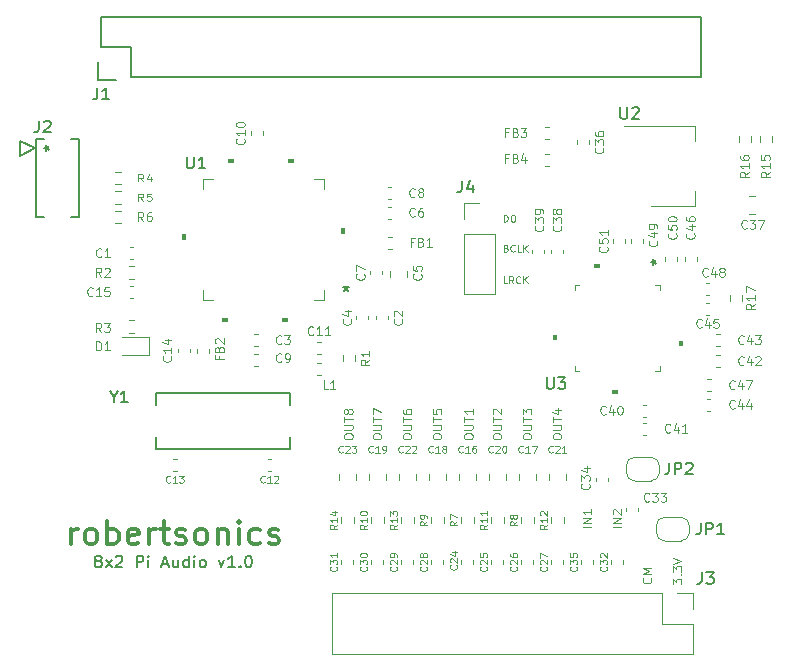
<source format=gto>
G04 #@! TF.GenerationSoftware,KiCad,Pcbnew,(5.1.10)-1*
G04 #@! TF.CreationDate,2021-12-12T11:33:08-08:00*
G04 #@! TF.ProjectId,TsunamiHat,5473756e-616d-4694-9861-742e6b696361,rev?*
G04 #@! TF.SameCoordinates,Original*
G04 #@! TF.FileFunction,Legend,Top*
G04 #@! TF.FilePolarity,Positive*
%FSLAX46Y46*%
G04 Gerber Fmt 4.6, Leading zero omitted, Abs format (unit mm)*
G04 Created by KiCad (PCBNEW (5.1.10)-1) date 2021-12-12 11:33:08*
%MOMM*%
%LPD*%
G01*
G04 APERTURE LIST*
%ADD10C,0.120000*%
%ADD11C,0.150000*%
%ADD12C,0.300000*%
%ADD13C,0.127000*%
%ADD14C,0.152400*%
%ADD15C,0.100000*%
G04 APERTURE END LIST*
D10*
X122132285Y-107176000D02*
X121382285Y-107176000D01*
X122132285Y-106818857D02*
X121382285Y-106818857D01*
X122132285Y-106390285D01*
X121382285Y-106390285D01*
X122132285Y-105640285D02*
X122132285Y-106068857D01*
X122132285Y-105854571D02*
X121382285Y-105854571D01*
X121489428Y-105926000D01*
X121560857Y-105997428D01*
X121596571Y-106068857D01*
X114717571Y-81297428D02*
X114717571Y-80697428D01*
X114860428Y-80697428D01*
X114946142Y-80726000D01*
X115003285Y-80783142D01*
X115031857Y-80840285D01*
X115060428Y-80954571D01*
X115060428Y-81040285D01*
X115031857Y-81154571D01*
X115003285Y-81211714D01*
X114946142Y-81268857D01*
X114860428Y-81297428D01*
X114717571Y-81297428D01*
X115431857Y-80697428D02*
X115546142Y-80697428D01*
X115603285Y-80726000D01*
X115660428Y-80783142D01*
X115689000Y-80897428D01*
X115689000Y-81097428D01*
X115660428Y-81211714D01*
X115603285Y-81268857D01*
X115546142Y-81297428D01*
X115431857Y-81297428D01*
X115374714Y-81268857D01*
X115317571Y-81211714D01*
X115289000Y-81097428D01*
X115289000Y-80897428D01*
X115317571Y-80783142D01*
X115374714Y-80726000D01*
X115431857Y-80697428D01*
X114897000Y-83523142D02*
X114982714Y-83551714D01*
X115011285Y-83580285D01*
X115039857Y-83637428D01*
X115039857Y-83723142D01*
X115011285Y-83780285D01*
X114982714Y-83808857D01*
X114925571Y-83837428D01*
X114697000Y-83837428D01*
X114697000Y-83237428D01*
X114897000Y-83237428D01*
X114954142Y-83266000D01*
X114982714Y-83294571D01*
X115011285Y-83351714D01*
X115011285Y-83408857D01*
X114982714Y-83466000D01*
X114954142Y-83494571D01*
X114897000Y-83523142D01*
X114697000Y-83523142D01*
X115639857Y-83780285D02*
X115611285Y-83808857D01*
X115525571Y-83837428D01*
X115468428Y-83837428D01*
X115382714Y-83808857D01*
X115325571Y-83751714D01*
X115297000Y-83694571D01*
X115268428Y-83580285D01*
X115268428Y-83494571D01*
X115297000Y-83380285D01*
X115325571Y-83323142D01*
X115382714Y-83266000D01*
X115468428Y-83237428D01*
X115525571Y-83237428D01*
X115611285Y-83266000D01*
X115639857Y-83294571D01*
X116182714Y-83837428D02*
X115897000Y-83837428D01*
X115897000Y-83237428D01*
X116382714Y-83837428D02*
X116382714Y-83237428D01*
X116725571Y-83837428D02*
X116468428Y-83494571D01*
X116725571Y-83237428D02*
X116382714Y-83580285D01*
X114982714Y-86504428D02*
X114697000Y-86504428D01*
X114697000Y-85904428D01*
X115525571Y-86504428D02*
X115325571Y-86218714D01*
X115182714Y-86504428D02*
X115182714Y-85904428D01*
X115411285Y-85904428D01*
X115468428Y-85933000D01*
X115497000Y-85961571D01*
X115525571Y-86018714D01*
X115525571Y-86104428D01*
X115497000Y-86161571D01*
X115468428Y-86190142D01*
X115411285Y-86218714D01*
X115182714Y-86218714D01*
X116125571Y-86447285D02*
X116097000Y-86475857D01*
X116011285Y-86504428D01*
X115954142Y-86504428D01*
X115868428Y-86475857D01*
X115811285Y-86418714D01*
X115782714Y-86361571D01*
X115754142Y-86247285D01*
X115754142Y-86161571D01*
X115782714Y-86047285D01*
X115811285Y-85990142D01*
X115868428Y-85933000D01*
X115954142Y-85904428D01*
X116011285Y-85904428D01*
X116097000Y-85933000D01*
X116125571Y-85961571D01*
X116382714Y-86504428D02*
X116382714Y-85904428D01*
X116725571Y-86504428D02*
X116468428Y-86161571D01*
X116725571Y-85904428D02*
X116382714Y-86247285D01*
X127140857Y-111448428D02*
X127176571Y-111484142D01*
X127212285Y-111591285D01*
X127212285Y-111662714D01*
X127176571Y-111769857D01*
X127105142Y-111841285D01*
X127033714Y-111877000D01*
X126890857Y-111912714D01*
X126783714Y-111912714D01*
X126640857Y-111877000D01*
X126569428Y-111841285D01*
X126498000Y-111769857D01*
X126462285Y-111662714D01*
X126462285Y-111591285D01*
X126498000Y-111484142D01*
X126533714Y-111448428D01*
X127212285Y-111127000D02*
X126462285Y-111127000D01*
X126998000Y-110877000D01*
X126462285Y-110627000D01*
X127212285Y-110627000D01*
X129002285Y-111978142D02*
X129002285Y-111513857D01*
X129288000Y-111763857D01*
X129288000Y-111656714D01*
X129323714Y-111585285D01*
X129359428Y-111549571D01*
X129430857Y-111513857D01*
X129609428Y-111513857D01*
X129680857Y-111549571D01*
X129716571Y-111585285D01*
X129752285Y-111656714D01*
X129752285Y-111871000D01*
X129716571Y-111942428D01*
X129680857Y-111978142D01*
X129680857Y-111192428D02*
X129716571Y-111156714D01*
X129752285Y-111192428D01*
X129716571Y-111228142D01*
X129680857Y-111192428D01*
X129752285Y-111192428D01*
X129002285Y-110906714D02*
X129002285Y-110442428D01*
X129288000Y-110692428D01*
X129288000Y-110585285D01*
X129323714Y-110513857D01*
X129359428Y-110478142D01*
X129430857Y-110442428D01*
X129609428Y-110442428D01*
X129680857Y-110478142D01*
X129716571Y-110513857D01*
X129752285Y-110585285D01*
X129752285Y-110799571D01*
X129716571Y-110871000D01*
X129680857Y-110906714D01*
X129002285Y-110228142D02*
X129752285Y-109978142D01*
X129002285Y-109728142D01*
X124672285Y-107176000D02*
X123922285Y-107176000D01*
X124672285Y-106818857D02*
X123922285Y-106818857D01*
X124672285Y-106390285D01*
X123922285Y-106390285D01*
X123993714Y-106068857D02*
X123958000Y-106033142D01*
X123922285Y-105961714D01*
X123922285Y-105783142D01*
X123958000Y-105711714D01*
X123993714Y-105676000D01*
X124065142Y-105640285D01*
X124136571Y-105640285D01*
X124243714Y-105676000D01*
X124672285Y-106104571D01*
X124672285Y-105640285D01*
X101189285Y-99532142D02*
X101189285Y-99389285D01*
X101225000Y-99317857D01*
X101296428Y-99246428D01*
X101439285Y-99210714D01*
X101689285Y-99210714D01*
X101832142Y-99246428D01*
X101903571Y-99317857D01*
X101939285Y-99389285D01*
X101939285Y-99532142D01*
X101903571Y-99603571D01*
X101832142Y-99675000D01*
X101689285Y-99710714D01*
X101439285Y-99710714D01*
X101296428Y-99675000D01*
X101225000Y-99603571D01*
X101189285Y-99532142D01*
X101189285Y-98889285D02*
X101796428Y-98889285D01*
X101867857Y-98853571D01*
X101903571Y-98817857D01*
X101939285Y-98746428D01*
X101939285Y-98603571D01*
X101903571Y-98532142D01*
X101867857Y-98496428D01*
X101796428Y-98460714D01*
X101189285Y-98460714D01*
X101189285Y-98210714D02*
X101189285Y-97782142D01*
X101939285Y-97996428D02*
X101189285Y-97996428D01*
X101510714Y-97425000D02*
X101475000Y-97496428D01*
X101439285Y-97532142D01*
X101367857Y-97567857D01*
X101332142Y-97567857D01*
X101260714Y-97532142D01*
X101225000Y-97496428D01*
X101189285Y-97425000D01*
X101189285Y-97282142D01*
X101225000Y-97210714D01*
X101260714Y-97175000D01*
X101332142Y-97139285D01*
X101367857Y-97139285D01*
X101439285Y-97175000D01*
X101475000Y-97210714D01*
X101510714Y-97282142D01*
X101510714Y-97425000D01*
X101546428Y-97496428D01*
X101582142Y-97532142D01*
X101653571Y-97567857D01*
X101796428Y-97567857D01*
X101867857Y-97532142D01*
X101903571Y-97496428D01*
X101939285Y-97425000D01*
X101939285Y-97282142D01*
X101903571Y-97210714D01*
X101867857Y-97175000D01*
X101796428Y-97139285D01*
X101653571Y-97139285D01*
X101582142Y-97175000D01*
X101546428Y-97210714D01*
X101510714Y-97282142D01*
X103602285Y-99532142D02*
X103602285Y-99389285D01*
X103638000Y-99317857D01*
X103709428Y-99246428D01*
X103852285Y-99210714D01*
X104102285Y-99210714D01*
X104245142Y-99246428D01*
X104316571Y-99317857D01*
X104352285Y-99389285D01*
X104352285Y-99532142D01*
X104316571Y-99603571D01*
X104245142Y-99675000D01*
X104102285Y-99710714D01*
X103852285Y-99710714D01*
X103709428Y-99675000D01*
X103638000Y-99603571D01*
X103602285Y-99532142D01*
X103602285Y-98889285D02*
X104209428Y-98889285D01*
X104280857Y-98853571D01*
X104316571Y-98817857D01*
X104352285Y-98746428D01*
X104352285Y-98603571D01*
X104316571Y-98532142D01*
X104280857Y-98496428D01*
X104209428Y-98460714D01*
X103602285Y-98460714D01*
X103602285Y-98210714D02*
X103602285Y-97782142D01*
X104352285Y-97996428D02*
X103602285Y-97996428D01*
X103602285Y-97603571D02*
X103602285Y-97103571D01*
X104352285Y-97425000D01*
X106142285Y-99532142D02*
X106142285Y-99389285D01*
X106178000Y-99317857D01*
X106249428Y-99246428D01*
X106392285Y-99210714D01*
X106642285Y-99210714D01*
X106785142Y-99246428D01*
X106856571Y-99317857D01*
X106892285Y-99389285D01*
X106892285Y-99532142D01*
X106856571Y-99603571D01*
X106785142Y-99675000D01*
X106642285Y-99710714D01*
X106392285Y-99710714D01*
X106249428Y-99675000D01*
X106178000Y-99603571D01*
X106142285Y-99532142D01*
X106142285Y-98889285D02*
X106749428Y-98889285D01*
X106820857Y-98853571D01*
X106856571Y-98817857D01*
X106892285Y-98746428D01*
X106892285Y-98603571D01*
X106856571Y-98532142D01*
X106820857Y-98496428D01*
X106749428Y-98460714D01*
X106142285Y-98460714D01*
X106142285Y-98210714D02*
X106142285Y-97782142D01*
X106892285Y-97996428D02*
X106142285Y-97996428D01*
X106142285Y-97210714D02*
X106142285Y-97353571D01*
X106178000Y-97425000D01*
X106213714Y-97460714D01*
X106320857Y-97532142D01*
X106463714Y-97567857D01*
X106749428Y-97567857D01*
X106820857Y-97532142D01*
X106856571Y-97496428D01*
X106892285Y-97425000D01*
X106892285Y-97282142D01*
X106856571Y-97210714D01*
X106820857Y-97175000D01*
X106749428Y-97139285D01*
X106570857Y-97139285D01*
X106499428Y-97175000D01*
X106463714Y-97210714D01*
X106428000Y-97282142D01*
X106428000Y-97425000D01*
X106463714Y-97496428D01*
X106499428Y-97532142D01*
X106570857Y-97567857D01*
X108682285Y-99532142D02*
X108682285Y-99389285D01*
X108718000Y-99317857D01*
X108789428Y-99246428D01*
X108932285Y-99210714D01*
X109182285Y-99210714D01*
X109325142Y-99246428D01*
X109396571Y-99317857D01*
X109432285Y-99389285D01*
X109432285Y-99532142D01*
X109396571Y-99603571D01*
X109325142Y-99675000D01*
X109182285Y-99710714D01*
X108932285Y-99710714D01*
X108789428Y-99675000D01*
X108718000Y-99603571D01*
X108682285Y-99532142D01*
X108682285Y-98889285D02*
X109289428Y-98889285D01*
X109360857Y-98853571D01*
X109396571Y-98817857D01*
X109432285Y-98746428D01*
X109432285Y-98603571D01*
X109396571Y-98532142D01*
X109360857Y-98496428D01*
X109289428Y-98460714D01*
X108682285Y-98460714D01*
X108682285Y-98210714D02*
X108682285Y-97782142D01*
X109432285Y-97996428D02*
X108682285Y-97996428D01*
X108682285Y-97175000D02*
X108682285Y-97532142D01*
X109039428Y-97567857D01*
X109003714Y-97532142D01*
X108968000Y-97460714D01*
X108968000Y-97282142D01*
X109003714Y-97210714D01*
X109039428Y-97175000D01*
X109110857Y-97139285D01*
X109289428Y-97139285D01*
X109360857Y-97175000D01*
X109396571Y-97210714D01*
X109432285Y-97282142D01*
X109432285Y-97460714D01*
X109396571Y-97532142D01*
X109360857Y-97567857D01*
X118842285Y-99532142D02*
X118842285Y-99389285D01*
X118878000Y-99317857D01*
X118949428Y-99246428D01*
X119092285Y-99210714D01*
X119342285Y-99210714D01*
X119485142Y-99246428D01*
X119556571Y-99317857D01*
X119592285Y-99389285D01*
X119592285Y-99532142D01*
X119556571Y-99603571D01*
X119485142Y-99675000D01*
X119342285Y-99710714D01*
X119092285Y-99710714D01*
X118949428Y-99675000D01*
X118878000Y-99603571D01*
X118842285Y-99532142D01*
X118842285Y-98889285D02*
X119449428Y-98889285D01*
X119520857Y-98853571D01*
X119556571Y-98817857D01*
X119592285Y-98746428D01*
X119592285Y-98603571D01*
X119556571Y-98532142D01*
X119520857Y-98496428D01*
X119449428Y-98460714D01*
X118842285Y-98460714D01*
X118842285Y-98210714D02*
X118842285Y-97782142D01*
X119592285Y-97996428D02*
X118842285Y-97996428D01*
X119092285Y-97210714D02*
X119592285Y-97210714D01*
X118806571Y-97389285D02*
X119342285Y-97567857D01*
X119342285Y-97103571D01*
X116302285Y-99532142D02*
X116302285Y-99389285D01*
X116338000Y-99317857D01*
X116409428Y-99246428D01*
X116552285Y-99210714D01*
X116802285Y-99210714D01*
X116945142Y-99246428D01*
X117016571Y-99317857D01*
X117052285Y-99389285D01*
X117052285Y-99532142D01*
X117016571Y-99603571D01*
X116945142Y-99675000D01*
X116802285Y-99710714D01*
X116552285Y-99710714D01*
X116409428Y-99675000D01*
X116338000Y-99603571D01*
X116302285Y-99532142D01*
X116302285Y-98889285D02*
X116909428Y-98889285D01*
X116980857Y-98853571D01*
X117016571Y-98817857D01*
X117052285Y-98746428D01*
X117052285Y-98603571D01*
X117016571Y-98532142D01*
X116980857Y-98496428D01*
X116909428Y-98460714D01*
X116302285Y-98460714D01*
X116302285Y-98210714D02*
X116302285Y-97782142D01*
X117052285Y-97996428D02*
X116302285Y-97996428D01*
X116302285Y-97603571D02*
X116302285Y-97139285D01*
X116588000Y-97389285D01*
X116588000Y-97282142D01*
X116623714Y-97210714D01*
X116659428Y-97175000D01*
X116730857Y-97139285D01*
X116909428Y-97139285D01*
X116980857Y-97175000D01*
X117016571Y-97210714D01*
X117052285Y-97282142D01*
X117052285Y-97496428D01*
X117016571Y-97567857D01*
X116980857Y-97603571D01*
X113762285Y-99532142D02*
X113762285Y-99389285D01*
X113798000Y-99317857D01*
X113869428Y-99246428D01*
X114012285Y-99210714D01*
X114262285Y-99210714D01*
X114405142Y-99246428D01*
X114476571Y-99317857D01*
X114512285Y-99389285D01*
X114512285Y-99532142D01*
X114476571Y-99603571D01*
X114405142Y-99675000D01*
X114262285Y-99710714D01*
X114012285Y-99710714D01*
X113869428Y-99675000D01*
X113798000Y-99603571D01*
X113762285Y-99532142D01*
X113762285Y-98889285D02*
X114369428Y-98889285D01*
X114440857Y-98853571D01*
X114476571Y-98817857D01*
X114512285Y-98746428D01*
X114512285Y-98603571D01*
X114476571Y-98532142D01*
X114440857Y-98496428D01*
X114369428Y-98460714D01*
X113762285Y-98460714D01*
X113762285Y-98210714D02*
X113762285Y-97782142D01*
X114512285Y-97996428D02*
X113762285Y-97996428D01*
X113833714Y-97567857D02*
X113798000Y-97532142D01*
X113762285Y-97460714D01*
X113762285Y-97282142D01*
X113798000Y-97210714D01*
X113833714Y-97175000D01*
X113905142Y-97139285D01*
X113976571Y-97139285D01*
X114083714Y-97175000D01*
X114512285Y-97603571D01*
X114512285Y-97139285D01*
X111349285Y-99532142D02*
X111349285Y-99389285D01*
X111385000Y-99317857D01*
X111456428Y-99246428D01*
X111599285Y-99210714D01*
X111849285Y-99210714D01*
X111992142Y-99246428D01*
X112063571Y-99317857D01*
X112099285Y-99389285D01*
X112099285Y-99532142D01*
X112063571Y-99603571D01*
X111992142Y-99675000D01*
X111849285Y-99710714D01*
X111599285Y-99710714D01*
X111456428Y-99675000D01*
X111385000Y-99603571D01*
X111349285Y-99532142D01*
X111349285Y-98889285D02*
X111956428Y-98889285D01*
X112027857Y-98853571D01*
X112063571Y-98817857D01*
X112099285Y-98746428D01*
X112099285Y-98603571D01*
X112063571Y-98532142D01*
X112027857Y-98496428D01*
X111956428Y-98460714D01*
X111349285Y-98460714D01*
X111349285Y-98210714D02*
X111349285Y-97782142D01*
X112099285Y-97996428D02*
X111349285Y-97996428D01*
X112099285Y-97139285D02*
X112099285Y-97567857D01*
X112099285Y-97353571D02*
X111349285Y-97353571D01*
X111456428Y-97425000D01*
X111527857Y-97496428D01*
X111563571Y-97567857D01*
D11*
X80288619Y-109989952D02*
X80193380Y-109942333D01*
X80145761Y-109894714D01*
X80098142Y-109799476D01*
X80098142Y-109751857D01*
X80145761Y-109656619D01*
X80193380Y-109609000D01*
X80288619Y-109561380D01*
X80479095Y-109561380D01*
X80574333Y-109609000D01*
X80621952Y-109656619D01*
X80669571Y-109751857D01*
X80669571Y-109799476D01*
X80621952Y-109894714D01*
X80574333Y-109942333D01*
X80479095Y-109989952D01*
X80288619Y-109989952D01*
X80193380Y-110037571D01*
X80145761Y-110085190D01*
X80098142Y-110180428D01*
X80098142Y-110370904D01*
X80145761Y-110466142D01*
X80193380Y-110513761D01*
X80288619Y-110561380D01*
X80479095Y-110561380D01*
X80574333Y-110513761D01*
X80621952Y-110466142D01*
X80669571Y-110370904D01*
X80669571Y-110180428D01*
X80621952Y-110085190D01*
X80574333Y-110037571D01*
X80479095Y-109989952D01*
X81002904Y-110561380D02*
X81526714Y-109894714D01*
X81002904Y-109894714D02*
X81526714Y-110561380D01*
X81860047Y-109656619D02*
X81907666Y-109609000D01*
X82002904Y-109561380D01*
X82241000Y-109561380D01*
X82336238Y-109609000D01*
X82383857Y-109656619D01*
X82431476Y-109751857D01*
X82431476Y-109847095D01*
X82383857Y-109989952D01*
X81812428Y-110561380D01*
X82431476Y-110561380D01*
X83621952Y-110561380D02*
X83621952Y-109561380D01*
X84002904Y-109561380D01*
X84098142Y-109609000D01*
X84145761Y-109656619D01*
X84193380Y-109751857D01*
X84193380Y-109894714D01*
X84145761Y-109989952D01*
X84098142Y-110037571D01*
X84002904Y-110085190D01*
X83621952Y-110085190D01*
X84621952Y-110561380D02*
X84621952Y-109894714D01*
X84621952Y-109561380D02*
X84574333Y-109609000D01*
X84621952Y-109656619D01*
X84669571Y-109609000D01*
X84621952Y-109561380D01*
X84621952Y-109656619D01*
X85812428Y-110275666D02*
X86288619Y-110275666D01*
X85717190Y-110561380D02*
X86050523Y-109561380D01*
X86383857Y-110561380D01*
X87145761Y-109894714D02*
X87145761Y-110561380D01*
X86717190Y-109894714D02*
X86717190Y-110418523D01*
X86764809Y-110513761D01*
X86860047Y-110561380D01*
X87002904Y-110561380D01*
X87098142Y-110513761D01*
X87145761Y-110466142D01*
X88050523Y-110561380D02*
X88050523Y-109561380D01*
X88050523Y-110513761D02*
X87955285Y-110561380D01*
X87764809Y-110561380D01*
X87669571Y-110513761D01*
X87621952Y-110466142D01*
X87574333Y-110370904D01*
X87574333Y-110085190D01*
X87621952Y-109989952D01*
X87669571Y-109942333D01*
X87764809Y-109894714D01*
X87955285Y-109894714D01*
X88050523Y-109942333D01*
X88526714Y-110561380D02*
X88526714Y-109894714D01*
X88526714Y-109561380D02*
X88479095Y-109609000D01*
X88526714Y-109656619D01*
X88574333Y-109609000D01*
X88526714Y-109561380D01*
X88526714Y-109656619D01*
X89145761Y-110561380D02*
X89050523Y-110513761D01*
X89002904Y-110466142D01*
X88955285Y-110370904D01*
X88955285Y-110085190D01*
X89002904Y-109989952D01*
X89050523Y-109942333D01*
X89145761Y-109894714D01*
X89288619Y-109894714D01*
X89383857Y-109942333D01*
X89431476Y-109989952D01*
X89479095Y-110085190D01*
X89479095Y-110370904D01*
X89431476Y-110466142D01*
X89383857Y-110513761D01*
X89288619Y-110561380D01*
X89145761Y-110561380D01*
X90574333Y-109894714D02*
X90812428Y-110561380D01*
X91050523Y-109894714D01*
X91955285Y-110561380D02*
X91383857Y-110561380D01*
X91669571Y-110561380D02*
X91669571Y-109561380D01*
X91574333Y-109704238D01*
X91479095Y-109799476D01*
X91383857Y-109847095D01*
X92383857Y-110466142D02*
X92431476Y-110513761D01*
X92383857Y-110561380D01*
X92336238Y-110513761D01*
X92383857Y-110466142D01*
X92383857Y-110561380D01*
X93050523Y-109561380D02*
X93145761Y-109561380D01*
X93241000Y-109609000D01*
X93288619Y-109656619D01*
X93336238Y-109751857D01*
X93383857Y-109942333D01*
X93383857Y-110180428D01*
X93336238Y-110370904D01*
X93288619Y-110466142D01*
X93241000Y-110513761D01*
X93145761Y-110561380D01*
X93050523Y-110561380D01*
X92955285Y-110513761D01*
X92907666Y-110466142D01*
X92860047Y-110370904D01*
X92812428Y-110180428D01*
X92812428Y-109942333D01*
X92860047Y-109751857D01*
X92907666Y-109656619D01*
X92955285Y-109609000D01*
X93050523Y-109561380D01*
D12*
X78106095Y-108600761D02*
X78106095Y-107267428D01*
X78106095Y-107648380D02*
X78201333Y-107457904D01*
X78296571Y-107362666D01*
X78487047Y-107267428D01*
X78677523Y-107267428D01*
X79629904Y-108600761D02*
X79439428Y-108505523D01*
X79344190Y-108410285D01*
X79248952Y-108219809D01*
X79248952Y-107648380D01*
X79344190Y-107457904D01*
X79439428Y-107362666D01*
X79629904Y-107267428D01*
X79915619Y-107267428D01*
X80106095Y-107362666D01*
X80201333Y-107457904D01*
X80296571Y-107648380D01*
X80296571Y-108219809D01*
X80201333Y-108410285D01*
X80106095Y-108505523D01*
X79915619Y-108600761D01*
X79629904Y-108600761D01*
X81153714Y-108600761D02*
X81153714Y-106600761D01*
X81153714Y-107362666D02*
X81344190Y-107267428D01*
X81725142Y-107267428D01*
X81915619Y-107362666D01*
X82010857Y-107457904D01*
X82106095Y-107648380D01*
X82106095Y-108219809D01*
X82010857Y-108410285D01*
X81915619Y-108505523D01*
X81725142Y-108600761D01*
X81344190Y-108600761D01*
X81153714Y-108505523D01*
X83725142Y-108505523D02*
X83534666Y-108600761D01*
X83153714Y-108600761D01*
X82963238Y-108505523D01*
X82868000Y-108315047D01*
X82868000Y-107553142D01*
X82963238Y-107362666D01*
X83153714Y-107267428D01*
X83534666Y-107267428D01*
X83725142Y-107362666D01*
X83820380Y-107553142D01*
X83820380Y-107743619D01*
X82868000Y-107934095D01*
X84677523Y-108600761D02*
X84677523Y-107267428D01*
X84677523Y-107648380D02*
X84772761Y-107457904D01*
X84868000Y-107362666D01*
X85058476Y-107267428D01*
X85248952Y-107267428D01*
X85629904Y-107267428D02*
X86391809Y-107267428D01*
X85915619Y-106600761D02*
X85915619Y-108315047D01*
X86010857Y-108505523D01*
X86201333Y-108600761D01*
X86391809Y-108600761D01*
X86963238Y-108505523D02*
X87153714Y-108600761D01*
X87534666Y-108600761D01*
X87725142Y-108505523D01*
X87820380Y-108315047D01*
X87820380Y-108219809D01*
X87725142Y-108029333D01*
X87534666Y-107934095D01*
X87248952Y-107934095D01*
X87058476Y-107838857D01*
X86963238Y-107648380D01*
X86963238Y-107553142D01*
X87058476Y-107362666D01*
X87248952Y-107267428D01*
X87534666Y-107267428D01*
X87725142Y-107362666D01*
X88963238Y-108600761D02*
X88772761Y-108505523D01*
X88677523Y-108410285D01*
X88582285Y-108219809D01*
X88582285Y-107648380D01*
X88677523Y-107457904D01*
X88772761Y-107362666D01*
X88963238Y-107267428D01*
X89248952Y-107267428D01*
X89439428Y-107362666D01*
X89534666Y-107457904D01*
X89629904Y-107648380D01*
X89629904Y-108219809D01*
X89534666Y-108410285D01*
X89439428Y-108505523D01*
X89248952Y-108600761D01*
X88963238Y-108600761D01*
X90487047Y-107267428D02*
X90487047Y-108600761D01*
X90487047Y-107457904D02*
X90582285Y-107362666D01*
X90772761Y-107267428D01*
X91058476Y-107267428D01*
X91248952Y-107362666D01*
X91344190Y-107553142D01*
X91344190Y-108600761D01*
X92296571Y-108600761D02*
X92296571Y-107267428D01*
X92296571Y-106600761D02*
X92201333Y-106696000D01*
X92296571Y-106791238D01*
X92391809Y-106696000D01*
X92296571Y-106600761D01*
X92296571Y-106791238D01*
X94106095Y-108505523D02*
X93915619Y-108600761D01*
X93534666Y-108600761D01*
X93344190Y-108505523D01*
X93248952Y-108410285D01*
X93153714Y-108219809D01*
X93153714Y-107648380D01*
X93248952Y-107457904D01*
X93344190Y-107362666D01*
X93534666Y-107267428D01*
X93915619Y-107267428D01*
X94106095Y-107362666D01*
X94868000Y-108505523D02*
X95058476Y-108600761D01*
X95439428Y-108600761D01*
X95629904Y-108505523D01*
X95725142Y-108315047D01*
X95725142Y-108219809D01*
X95629904Y-108029333D01*
X95439428Y-107934095D01*
X95153714Y-107934095D01*
X94963238Y-107838857D01*
X94868000Y-107648380D01*
X94868000Y-107553142D01*
X94963238Y-107362666D01*
X95153714Y-107267428D01*
X95439428Y-107267428D01*
X95629904Y-107362666D01*
D10*
X125092000Y-101935000D02*
G75*
G02*
X125792000Y-101235000I700000J0D01*
G01*
X125792000Y-103235000D02*
G75*
G02*
X125092000Y-102535000I0J700000D01*
G01*
X127892000Y-102535000D02*
G75*
G02*
X127192000Y-103235000I-700000J0D01*
G01*
X127192000Y-101235000D02*
G75*
G02*
X127892000Y-101935000I0J-700000D01*
G01*
X125092000Y-102535000D02*
X125092000Y-101935000D01*
X127192000Y-103235000D02*
X125792000Y-103235000D01*
X127892000Y-101935000D02*
X127892000Y-102535000D01*
X125792000Y-101235000D02*
X127192000Y-101235000D01*
X127632000Y-107015000D02*
G75*
G02*
X128332000Y-106315000I700000J0D01*
G01*
X128332000Y-108315000D02*
G75*
G02*
X127632000Y-107615000I0J700000D01*
G01*
X130432000Y-107615000D02*
G75*
G02*
X129732000Y-108315000I-700000J0D01*
G01*
X129732000Y-106315000D02*
G75*
G02*
X130432000Y-107015000I0J-700000D01*
G01*
X127632000Y-107615000D02*
X127632000Y-107015000D01*
X129732000Y-108315000D02*
X128332000Y-108315000D01*
X130432000Y-107015000D02*
X130432000Y-107615000D01*
X128332000Y-106315000D02*
X129732000Y-106315000D01*
X123573000Y-103264580D02*
X123573000Y-102983420D01*
X122553000Y-103264580D02*
X122553000Y-102983420D01*
D11*
X131433000Y-63944000D02*
X80633000Y-63944000D01*
X83173000Y-69024000D02*
X131433000Y-69024000D01*
X131433000Y-63944000D02*
X131433000Y-69024000D01*
X80633000Y-63944000D02*
X80633000Y-66484000D01*
X80353000Y-67754000D02*
X80353000Y-69304000D01*
X80633000Y-66484000D02*
X83173000Y-66484000D01*
X83173000Y-66484000D02*
X83173000Y-69024000D01*
X80353000Y-69304000D02*
X81903000Y-69304000D01*
D13*
X96632000Y-95821000D02*
X96632000Y-96801000D01*
X85232000Y-95821000D02*
X96632000Y-95821000D01*
X85232000Y-96801000D02*
X85232000Y-95821000D01*
X85232000Y-100521000D02*
X85232000Y-99541000D01*
X96632000Y-100521000D02*
X85232000Y-100521000D01*
X96632000Y-99541000D02*
X96632000Y-100521000D01*
D10*
X88771000Y-92039221D02*
X88771000Y-92364779D01*
X89791000Y-92039221D02*
X89791000Y-92364779D01*
X87120000Y-92061420D02*
X87120000Y-92342580D01*
X88140000Y-92061420D02*
X88140000Y-92342580D01*
X111319000Y-87436000D02*
X113979000Y-87436000D01*
X111319000Y-82296000D02*
X111319000Y-87436000D01*
X113979000Y-82296000D02*
X113979000Y-87436000D01*
X111319000Y-82296000D02*
X113979000Y-82296000D01*
X111319000Y-81026000D02*
X111319000Y-79696000D01*
X111319000Y-79696000D02*
X112649000Y-79696000D01*
X100950500Y-106790258D02*
X100950500Y-106315742D01*
X101995500Y-106790258D02*
X101995500Y-106315742D01*
X106030500Y-106790258D02*
X106030500Y-106315742D01*
X107075500Y-106790258D02*
X107075500Y-106315742D01*
X118730500Y-106790258D02*
X118730500Y-106315742D01*
X119775500Y-106790258D02*
X119775500Y-106315742D01*
X113650500Y-106790258D02*
X113650500Y-106315742D01*
X114695500Y-106790258D02*
X114695500Y-106315742D01*
X103490500Y-106790258D02*
X103490500Y-106315742D01*
X104535500Y-106790258D02*
X104535500Y-106315742D01*
X108570500Y-106790258D02*
X108570500Y-106315742D01*
X109615500Y-106790258D02*
X109615500Y-106315742D01*
X116190500Y-106790258D02*
X116190500Y-106315742D01*
X117235500Y-106790258D02*
X117235500Y-106315742D01*
X111110500Y-106790258D02*
X111110500Y-106315742D01*
X112155500Y-106790258D02*
X112155500Y-106315742D01*
X134888500Y-87519742D02*
X134888500Y-87994258D01*
X133843500Y-87519742D02*
X133843500Y-87994258D01*
X100143000Y-112716000D02*
X100143000Y-117916000D01*
X128143000Y-112716000D02*
X100143000Y-112716000D01*
X130743000Y-117916000D02*
X100143000Y-117916000D01*
X128143000Y-112716000D02*
X128143000Y-115316000D01*
X128143000Y-115316000D02*
X130743000Y-115316000D01*
X130743000Y-115316000D02*
X130743000Y-117916000D01*
X129413000Y-112716000D02*
X130743000Y-112716000D01*
X130743000Y-112716000D02*
X130743000Y-114046000D01*
X118526779Y-76583000D02*
X118201221Y-76583000D01*
X118526779Y-75563000D02*
X118201221Y-75563000D01*
X125093000Y-105804580D02*
X125093000Y-105523420D01*
X126113000Y-105804580D02*
X126113000Y-105523420D01*
X121283000Y-110249580D02*
X121283000Y-109968420D01*
X122303000Y-110249580D02*
X122303000Y-109968420D01*
X123823000Y-110249580D02*
X123823000Y-109968420D01*
X124843000Y-110249580D02*
X124843000Y-109968420D01*
X100963000Y-110249580D02*
X100963000Y-109968420D01*
X101983000Y-110249580D02*
X101983000Y-109968420D01*
X103503000Y-110249580D02*
X103503000Y-109968420D01*
X104523000Y-110249580D02*
X104523000Y-109968420D01*
X106043000Y-110249580D02*
X106043000Y-109968420D01*
X107063000Y-110249580D02*
X107063000Y-109968420D01*
X108583000Y-110249580D02*
X108583000Y-109968420D01*
X109603000Y-110249580D02*
X109603000Y-109968420D01*
X123950000Y-83071580D02*
X123950000Y-82790420D01*
X124970000Y-83071580D02*
X124970000Y-82790420D01*
X128395000Y-84595580D02*
X128395000Y-84314420D01*
X129415000Y-84595580D02*
X129415000Y-84314420D01*
X118743000Y-110249580D02*
X118743000Y-109968420D01*
X119763000Y-110249580D02*
X119763000Y-109968420D01*
X116203000Y-110249580D02*
X116203000Y-109968420D01*
X117223000Y-110249580D02*
X117223000Y-109968420D01*
X125474000Y-83071580D02*
X125474000Y-82790420D01*
X126494000Y-83071580D02*
X126494000Y-82790420D01*
X130046000Y-84595580D02*
X130046000Y-84314420D01*
X131066000Y-84595580D02*
X131066000Y-84314420D01*
X113663000Y-110249580D02*
X113663000Y-109968420D01*
X114683000Y-110249580D02*
X114683000Y-109968420D01*
X132701420Y-90803000D02*
X132982580Y-90803000D01*
X132701420Y-91823000D02*
X132982580Y-91823000D01*
X111123000Y-110249580D02*
X111123000Y-109968420D01*
X112143000Y-110249580D02*
X112143000Y-109968420D01*
X132701420Y-92581000D02*
X132982580Y-92581000D01*
X132701420Y-93601000D02*
X132982580Y-93601000D01*
X100738000Y-103131252D02*
X100738000Y-102608748D01*
X102208000Y-103131252D02*
X102208000Y-102608748D01*
X105818000Y-103131252D02*
X105818000Y-102608748D01*
X107288000Y-103131252D02*
X107288000Y-102608748D01*
X118518000Y-103131252D02*
X118518000Y-102608748D01*
X119988000Y-103131252D02*
X119988000Y-102608748D01*
X113438000Y-103131252D02*
X113438000Y-102608748D01*
X114908000Y-103131252D02*
X114908000Y-102608748D01*
X126478420Y-98296000D02*
X126759580Y-98296000D01*
X126478420Y-99316000D02*
X126759580Y-99316000D01*
X103278000Y-103131252D02*
X103278000Y-102608748D01*
X104748000Y-103131252D02*
X104748000Y-102608748D01*
X108358000Y-103131252D02*
X108358000Y-102608748D01*
X109828000Y-103131252D02*
X109828000Y-102608748D01*
X115978000Y-103131252D02*
X115978000Y-102608748D01*
X117448000Y-103131252D02*
X117448000Y-102608748D01*
X110898000Y-103131252D02*
X110898000Y-102608748D01*
X112368000Y-103131252D02*
X112368000Y-102608748D01*
X126478420Y-96772000D02*
X126759580Y-96772000D01*
X126478420Y-97792000D02*
X126759580Y-97792000D01*
X131812420Y-86485000D02*
X132093580Y-86485000D01*
X131812420Y-87505000D02*
X132093580Y-87505000D01*
X131939420Y-94613000D02*
X132220580Y-94613000D01*
X131939420Y-95633000D02*
X132220580Y-95633000D01*
X131812420Y-88136000D02*
X132093580Y-88136000D01*
X131812420Y-89156000D02*
X132093580Y-89156000D01*
X132207580Y-97284000D02*
X131926420Y-97284000D01*
X132207580Y-96264000D02*
X131926420Y-96264000D01*
X117092000Y-83960580D02*
X117092000Y-83679420D01*
X118112000Y-83960580D02*
X118112000Y-83679420D01*
X118743000Y-83960580D02*
X118743000Y-83679420D01*
X119763000Y-83960580D02*
X119763000Y-83679420D01*
X93866580Y-93474000D02*
X93585420Y-93474000D01*
X93866580Y-92454000D02*
X93585420Y-92454000D01*
X104888420Y-78357000D02*
X105169580Y-78357000D01*
X104888420Y-79377000D02*
X105169580Y-79377000D01*
X104888420Y-80008000D02*
X105169580Y-80008000D01*
X104888420Y-81028000D02*
X105169580Y-81028000D01*
X81804742Y-80376500D02*
X82279258Y-80376500D01*
X81804742Y-81421500D02*
X82279258Y-81421500D01*
X81804742Y-78725500D02*
X82279258Y-78725500D01*
X81804742Y-79770500D02*
X82279258Y-79770500D01*
X81804742Y-77074500D02*
X82279258Y-77074500D01*
X81804742Y-78119500D02*
X82279258Y-78119500D01*
X82947742Y-89647500D02*
X83422258Y-89647500D01*
X82947742Y-90692500D02*
X83422258Y-90692500D01*
X82947742Y-85075500D02*
X83422258Y-85075500D01*
X82947742Y-86120500D02*
X83422258Y-86120500D01*
D14*
X75006200Y-75057000D02*
X73736200Y-75692000D01*
X73736200Y-75692000D02*
X73736200Y-74422000D01*
X73736200Y-74422000D02*
X75006200Y-75057000D01*
X78790800Y-80899000D02*
X78790800Y-74295000D01*
X78790800Y-74295000D02*
X78107034Y-74295000D01*
X75133200Y-74295000D02*
X75133200Y-80899000D01*
X75133200Y-80899000D02*
X75816966Y-80899000D01*
X75816966Y-74295000D02*
X75133200Y-74295000D01*
X78107034Y-80899000D02*
X78790800Y-80899000D01*
D10*
X104891721Y-82548000D02*
X105217279Y-82548000D01*
X104891721Y-83568000D02*
X105217279Y-83568000D01*
X82385000Y-92556000D02*
X84670000Y-92556000D01*
X84670000Y-92556000D02*
X84670000Y-91086000D01*
X84670000Y-91086000D02*
X82385000Y-91086000D01*
X83044420Y-86739000D02*
X83325580Y-86739000D01*
X83044420Y-87759000D02*
X83325580Y-87759000D01*
X103376000Y-85738580D02*
X103376000Y-85457420D01*
X104396000Y-85738580D02*
X104396000Y-85457420D01*
X105056000Y-85986252D02*
X105056000Y-85463748D01*
X106526000Y-85986252D02*
X106526000Y-85463748D01*
X102233000Y-89548580D02*
X102233000Y-89267420D01*
X103253000Y-89548580D02*
X103253000Y-89267420D01*
X103884000Y-89548580D02*
X103884000Y-89267420D01*
X104904000Y-89548580D02*
X104904000Y-89267420D01*
X124932000Y-73171000D02*
X130942000Y-73171000D01*
X127182000Y-79991000D02*
X130942000Y-79991000D01*
X130942000Y-73171000D02*
X130942000Y-74431000D01*
X130942000Y-79991000D02*
X130942000Y-78731000D01*
X134605500Y-74057742D02*
X134605500Y-74532258D01*
X135650500Y-74057742D02*
X135650500Y-74532258D01*
X136383500Y-74057742D02*
X136383500Y-74532258D01*
X137428500Y-74057742D02*
X137428500Y-74532258D01*
X101077500Y-92599742D02*
X101077500Y-93074258D01*
X102122500Y-92599742D02*
X102122500Y-93074258D01*
X98897221Y-94236000D02*
X99222779Y-94236000D01*
X98897221Y-93216000D02*
X99222779Y-93216000D01*
X118526779Y-73277000D02*
X118201221Y-73277000D01*
X118526779Y-74297000D02*
X118201221Y-74297000D01*
X135501748Y-80618000D02*
X136024252Y-80618000D01*
X135501748Y-79148000D02*
X136024252Y-79148000D01*
X120902000Y-74408420D02*
X120902000Y-74689580D01*
X121922000Y-74408420D02*
X121922000Y-74689580D01*
X98919420Y-92458000D02*
X99200580Y-92458000D01*
X98919420Y-91438000D02*
X99200580Y-91438000D01*
X86727420Y-102364000D02*
X87008580Y-102364000D01*
X86727420Y-101344000D02*
X87008580Y-101344000D01*
X94728420Y-102364000D02*
X95009580Y-102364000D01*
X94728420Y-101344000D02*
X95009580Y-101344000D01*
X94363000Y-73927580D02*
X94363000Y-73646420D01*
X93343000Y-73927580D02*
X93343000Y-73646420D01*
X93866580Y-90803000D02*
X93585420Y-90803000D01*
X93866580Y-91823000D02*
X93585420Y-91823000D01*
X83325580Y-83437000D02*
X83044420Y-83437000D01*
X83325580Y-84457000D02*
X83044420Y-84457000D01*
D15*
G36*
X129542601Y-91356500D02*
G01*
X129796601Y-91356500D01*
X129796601Y-91737500D01*
X129542601Y-91737500D01*
X129542601Y-91356500D01*
G37*
X129542601Y-91356500D02*
X129796601Y-91356500D01*
X129796601Y-91737500D01*
X129542601Y-91737500D01*
X129542601Y-91356500D01*
G36*
X124273501Y-95760601D02*
G01*
X123892500Y-95760601D01*
X123892500Y-95506601D01*
X124273501Y-95506601D01*
X124273501Y-95760601D01*
G37*
X124273501Y-95760601D02*
X123892500Y-95760601D01*
X123892500Y-95506601D01*
X124273501Y-95506601D01*
X124273501Y-95760601D01*
G36*
X119123399Y-90856501D02*
G01*
X118869399Y-90856501D01*
X118869399Y-91237501D01*
X119123399Y-91237501D01*
X119123399Y-90856501D01*
G37*
X119123399Y-90856501D02*
X118869399Y-90856501D01*
X118869399Y-91237501D01*
X119123399Y-91237501D01*
X119123399Y-90856501D01*
G36*
X122773501Y-84833399D02*
G01*
X122392501Y-84833399D01*
X122392501Y-85087399D01*
X122773501Y-85087399D01*
X122773501Y-84833399D01*
G37*
X122773501Y-84833399D02*
X122392501Y-84833399D01*
X122392501Y-85087399D01*
X122773501Y-85087399D01*
X122773501Y-84833399D01*
D10*
X127960001Y-87079260D02*
X127960001Y-86669999D01*
X127550740Y-93924001D02*
X127960001Y-93924001D01*
X120705999Y-93514740D02*
X120705999Y-93924001D01*
X121115260Y-86669999D02*
X120705999Y-86669999D01*
X127960001Y-86669999D02*
X127550740Y-86669999D01*
X127960001Y-93924001D02*
X127960001Y-93514740D01*
X120705999Y-93924001D02*
X121115260Y-93924001D01*
X120705999Y-86669999D02*
X120705999Y-87079260D01*
D15*
G36*
X96329500Y-89408000D02*
G01*
X96329500Y-89662000D01*
X95948500Y-89662000D01*
X95948500Y-89408000D01*
X96329500Y-89408000D01*
G37*
X96329500Y-89408000D02*
X96329500Y-89662000D01*
X95948500Y-89662000D01*
X95948500Y-89408000D01*
X96329500Y-89408000D01*
G36*
X91249500Y-89408000D02*
G01*
X91249500Y-89662000D01*
X90868500Y-89662000D01*
X90868500Y-89408000D01*
X91249500Y-89408000D01*
G37*
X91249500Y-89408000D02*
X91249500Y-89662000D01*
X90868500Y-89662000D01*
X90868500Y-89408000D01*
X91249500Y-89408000D01*
G36*
X87503000Y-82740500D02*
G01*
X87503000Y-82359500D01*
X87757000Y-82359500D01*
X87757000Y-82740500D01*
X87503000Y-82740500D01*
G37*
X87503000Y-82740500D02*
X87503000Y-82359500D01*
X87757000Y-82359500D01*
X87757000Y-82740500D01*
X87503000Y-82740500D01*
G36*
X91757500Y-76200000D02*
G01*
X91757500Y-75946000D01*
X91376500Y-75946000D01*
X91376500Y-76200000D01*
X91757500Y-76200000D01*
G37*
X91757500Y-76200000D02*
X91757500Y-75946000D01*
X91376500Y-75946000D01*
X91376500Y-76200000D01*
X91757500Y-76200000D01*
G36*
X96837500Y-76200000D02*
G01*
X96837500Y-75946000D01*
X96456500Y-75946000D01*
X96456500Y-76200000D01*
X96837500Y-76200000D01*
G37*
X96837500Y-76200000D02*
X96837500Y-75946000D01*
X96456500Y-75946000D01*
X96456500Y-76200000D01*
X96837500Y-76200000D01*
G36*
X101219000Y-82232500D02*
G01*
X101219000Y-81851500D01*
X100965000Y-81851500D01*
X100965000Y-82232500D01*
X101219000Y-82232500D01*
G37*
X101219000Y-82232500D02*
X101219000Y-81851500D01*
X100965000Y-81851500D01*
X100965000Y-82232500D01*
X101219000Y-82232500D01*
D10*
X98643440Y-87934800D02*
X99491800Y-87934800D01*
X89230200Y-87086440D02*
X89230200Y-87934800D01*
X90078560Y-77673200D02*
X89230200Y-77673200D01*
X99491800Y-78521560D02*
X99491800Y-77673200D01*
X99491800Y-87934800D02*
X99491800Y-87086440D01*
X89230200Y-87934800D02*
X90078560Y-87934800D01*
X89230200Y-77673200D02*
X89230200Y-78521560D01*
X99491800Y-77673200D02*
X98643440Y-77673200D01*
D11*
X128706666Y-101687380D02*
X128706666Y-102401666D01*
X128659047Y-102544523D01*
X128563809Y-102639761D01*
X128420952Y-102687380D01*
X128325714Y-102687380D01*
X129182857Y-102687380D02*
X129182857Y-101687380D01*
X129563809Y-101687380D01*
X129659047Y-101735000D01*
X129706666Y-101782619D01*
X129754285Y-101877857D01*
X129754285Y-102020714D01*
X129706666Y-102115952D01*
X129659047Y-102163571D01*
X129563809Y-102211190D01*
X129182857Y-102211190D01*
X130135238Y-101782619D02*
X130182857Y-101735000D01*
X130278095Y-101687380D01*
X130516190Y-101687380D01*
X130611428Y-101735000D01*
X130659047Y-101782619D01*
X130706666Y-101877857D01*
X130706666Y-101973095D01*
X130659047Y-102115952D01*
X130087619Y-102687380D01*
X130706666Y-102687380D01*
X131373666Y-106767380D02*
X131373666Y-107481666D01*
X131326047Y-107624523D01*
X131230809Y-107719761D01*
X131087952Y-107767380D01*
X130992714Y-107767380D01*
X131849857Y-107767380D02*
X131849857Y-106767380D01*
X132230809Y-106767380D01*
X132326047Y-106815000D01*
X132373666Y-106862619D01*
X132421285Y-106957857D01*
X132421285Y-107100714D01*
X132373666Y-107195952D01*
X132326047Y-107243571D01*
X132230809Y-107291190D01*
X131849857Y-107291190D01*
X133373666Y-107767380D02*
X132802238Y-107767380D01*
X133087952Y-107767380D02*
X133087952Y-106767380D01*
X132992714Y-106910238D01*
X132897476Y-107005476D01*
X132802238Y-107053095D01*
D10*
X121933857Y-103479142D02*
X121969571Y-103514857D01*
X122005285Y-103622000D01*
X122005285Y-103693428D01*
X121969571Y-103800571D01*
X121898142Y-103872000D01*
X121826714Y-103907714D01*
X121683857Y-103943428D01*
X121576714Y-103943428D01*
X121433857Y-103907714D01*
X121362428Y-103872000D01*
X121291000Y-103800571D01*
X121255285Y-103693428D01*
X121255285Y-103622000D01*
X121291000Y-103514857D01*
X121326714Y-103479142D01*
X121255285Y-103229142D02*
X121255285Y-102764857D01*
X121541000Y-103014857D01*
X121541000Y-102907714D01*
X121576714Y-102836285D01*
X121612428Y-102800571D01*
X121683857Y-102764857D01*
X121862428Y-102764857D01*
X121933857Y-102800571D01*
X121969571Y-102836285D01*
X122005285Y-102907714D01*
X122005285Y-103122000D01*
X121969571Y-103193428D01*
X121933857Y-103229142D01*
X121505285Y-102122000D02*
X122005285Y-102122000D01*
X121219571Y-102300571D02*
X121755285Y-102479142D01*
X121755285Y-102014857D01*
D11*
X80311666Y-69937380D02*
X80311666Y-70651666D01*
X80264047Y-70794523D01*
X80168809Y-70889761D01*
X80025952Y-70937380D01*
X79930714Y-70937380D01*
X81311666Y-70937380D02*
X80740238Y-70937380D01*
X81025952Y-70937380D02*
X81025952Y-69937380D01*
X80930714Y-70080238D01*
X80835476Y-70175476D01*
X80740238Y-70223095D01*
X81692809Y-96115190D02*
X81692809Y-96591380D01*
X81359476Y-95591380D02*
X81692809Y-96115190D01*
X82026142Y-95591380D01*
X82883285Y-96591380D02*
X82311857Y-96591380D01*
X82597571Y-96591380D02*
X82597571Y-95591380D01*
X82502333Y-95734238D01*
X82407095Y-95829476D01*
X82311857Y-95877095D01*
D10*
X90624428Y-92700000D02*
X90624428Y-92950000D01*
X91017285Y-92950000D02*
X90267285Y-92950000D01*
X90267285Y-92592857D01*
X90624428Y-92057142D02*
X90660142Y-91950000D01*
X90695857Y-91914285D01*
X90767285Y-91878571D01*
X90874428Y-91878571D01*
X90945857Y-91914285D01*
X90981571Y-91950000D01*
X91017285Y-92021428D01*
X91017285Y-92307142D01*
X90267285Y-92307142D01*
X90267285Y-92057142D01*
X90303000Y-91985714D01*
X90338714Y-91950000D01*
X90410142Y-91914285D01*
X90481571Y-91914285D01*
X90553000Y-91950000D01*
X90588714Y-91985714D01*
X90624428Y-92057142D01*
X90624428Y-92307142D01*
X90338714Y-91592857D02*
X90303000Y-91557142D01*
X90267285Y-91485714D01*
X90267285Y-91307142D01*
X90303000Y-91235714D01*
X90338714Y-91200000D01*
X90410142Y-91164285D01*
X90481571Y-91164285D01*
X90588714Y-91200000D01*
X91017285Y-91628571D01*
X91017285Y-91164285D01*
X86500857Y-92684142D02*
X86536571Y-92719857D01*
X86572285Y-92827000D01*
X86572285Y-92898428D01*
X86536571Y-93005571D01*
X86465142Y-93077000D01*
X86393714Y-93112714D01*
X86250857Y-93148428D01*
X86143714Y-93148428D01*
X86000857Y-93112714D01*
X85929428Y-93077000D01*
X85858000Y-93005571D01*
X85822285Y-92898428D01*
X85822285Y-92827000D01*
X85858000Y-92719857D01*
X85893714Y-92684142D01*
X86572285Y-91969857D02*
X86572285Y-92398428D01*
X86572285Y-92184142D02*
X85822285Y-92184142D01*
X85929428Y-92255571D01*
X86000857Y-92327000D01*
X86036571Y-92398428D01*
X86072285Y-91327000D02*
X86572285Y-91327000D01*
X85786571Y-91505571D02*
X86322285Y-91684142D01*
X86322285Y-91219857D01*
D11*
X111172666Y-77811380D02*
X111172666Y-78525666D01*
X111125047Y-78668523D01*
X111029809Y-78763761D01*
X110886952Y-78811380D01*
X110791714Y-78811380D01*
X112077428Y-78144714D02*
X112077428Y-78811380D01*
X111839333Y-77763761D02*
X111601238Y-78478047D01*
X112220285Y-78478047D01*
D10*
X100601428Y-106938714D02*
X100315714Y-107138714D01*
X100601428Y-107281571D02*
X100001428Y-107281571D01*
X100001428Y-107053000D01*
X100030000Y-106995857D01*
X100058571Y-106967285D01*
X100115714Y-106938714D01*
X100201428Y-106938714D01*
X100258571Y-106967285D01*
X100287142Y-106995857D01*
X100315714Y-107053000D01*
X100315714Y-107281571D01*
X100601428Y-106367285D02*
X100601428Y-106710142D01*
X100601428Y-106538714D02*
X100001428Y-106538714D01*
X100087142Y-106595857D01*
X100144285Y-106653000D01*
X100172857Y-106710142D01*
X100201428Y-105853000D02*
X100601428Y-105853000D01*
X99972857Y-105995857D02*
X100401428Y-106138714D01*
X100401428Y-105767285D01*
X105681428Y-106938714D02*
X105395714Y-107138714D01*
X105681428Y-107281571D02*
X105081428Y-107281571D01*
X105081428Y-107053000D01*
X105110000Y-106995857D01*
X105138571Y-106967285D01*
X105195714Y-106938714D01*
X105281428Y-106938714D01*
X105338571Y-106967285D01*
X105367142Y-106995857D01*
X105395714Y-107053000D01*
X105395714Y-107281571D01*
X105681428Y-106367285D02*
X105681428Y-106710142D01*
X105681428Y-106538714D02*
X105081428Y-106538714D01*
X105167142Y-106595857D01*
X105224285Y-106653000D01*
X105252857Y-106710142D01*
X105081428Y-106167285D02*
X105081428Y-105795857D01*
X105310000Y-105995857D01*
X105310000Y-105910142D01*
X105338571Y-105853000D01*
X105367142Y-105824428D01*
X105424285Y-105795857D01*
X105567142Y-105795857D01*
X105624285Y-105824428D01*
X105652857Y-105853000D01*
X105681428Y-105910142D01*
X105681428Y-106081571D01*
X105652857Y-106138714D01*
X105624285Y-106167285D01*
X118381428Y-106938714D02*
X118095714Y-107138714D01*
X118381428Y-107281571D02*
X117781428Y-107281571D01*
X117781428Y-107053000D01*
X117810000Y-106995857D01*
X117838571Y-106967285D01*
X117895714Y-106938714D01*
X117981428Y-106938714D01*
X118038571Y-106967285D01*
X118067142Y-106995857D01*
X118095714Y-107053000D01*
X118095714Y-107281571D01*
X118381428Y-106367285D02*
X118381428Y-106710142D01*
X118381428Y-106538714D02*
X117781428Y-106538714D01*
X117867142Y-106595857D01*
X117924285Y-106653000D01*
X117952857Y-106710142D01*
X117838571Y-106138714D02*
X117810000Y-106110142D01*
X117781428Y-106053000D01*
X117781428Y-105910142D01*
X117810000Y-105853000D01*
X117838571Y-105824428D01*
X117895714Y-105795857D01*
X117952857Y-105795857D01*
X118038571Y-105824428D01*
X118381428Y-106167285D01*
X118381428Y-105795857D01*
X113301428Y-106938714D02*
X113015714Y-107138714D01*
X113301428Y-107281571D02*
X112701428Y-107281571D01*
X112701428Y-107053000D01*
X112730000Y-106995857D01*
X112758571Y-106967285D01*
X112815714Y-106938714D01*
X112901428Y-106938714D01*
X112958571Y-106967285D01*
X112987142Y-106995857D01*
X113015714Y-107053000D01*
X113015714Y-107281571D01*
X113301428Y-106367285D02*
X113301428Y-106710142D01*
X113301428Y-106538714D02*
X112701428Y-106538714D01*
X112787142Y-106595857D01*
X112844285Y-106653000D01*
X112872857Y-106710142D01*
X113301428Y-105795857D02*
X113301428Y-106138714D01*
X113301428Y-105967285D02*
X112701428Y-105967285D01*
X112787142Y-106024428D01*
X112844285Y-106081571D01*
X112872857Y-106138714D01*
X103141428Y-106938714D02*
X102855714Y-107138714D01*
X103141428Y-107281571D02*
X102541428Y-107281571D01*
X102541428Y-107053000D01*
X102570000Y-106995857D01*
X102598571Y-106967285D01*
X102655714Y-106938714D01*
X102741428Y-106938714D01*
X102798571Y-106967285D01*
X102827142Y-106995857D01*
X102855714Y-107053000D01*
X102855714Y-107281571D01*
X103141428Y-106367285D02*
X103141428Y-106710142D01*
X103141428Y-106538714D02*
X102541428Y-106538714D01*
X102627142Y-106595857D01*
X102684285Y-106653000D01*
X102712857Y-106710142D01*
X102541428Y-105995857D02*
X102541428Y-105938714D01*
X102570000Y-105881571D01*
X102598571Y-105853000D01*
X102655714Y-105824428D01*
X102770000Y-105795857D01*
X102912857Y-105795857D01*
X103027142Y-105824428D01*
X103084285Y-105853000D01*
X103112857Y-105881571D01*
X103141428Y-105938714D01*
X103141428Y-105995857D01*
X103112857Y-106053000D01*
X103084285Y-106081571D01*
X103027142Y-106110142D01*
X102912857Y-106138714D01*
X102770000Y-106138714D01*
X102655714Y-106110142D01*
X102598571Y-106081571D01*
X102570000Y-106053000D01*
X102541428Y-105995857D01*
X108221428Y-106653000D02*
X107935714Y-106853000D01*
X108221428Y-106995857D02*
X107621428Y-106995857D01*
X107621428Y-106767285D01*
X107650000Y-106710142D01*
X107678571Y-106681571D01*
X107735714Y-106653000D01*
X107821428Y-106653000D01*
X107878571Y-106681571D01*
X107907142Y-106710142D01*
X107935714Y-106767285D01*
X107935714Y-106995857D01*
X108221428Y-106367285D02*
X108221428Y-106253000D01*
X108192857Y-106195857D01*
X108164285Y-106167285D01*
X108078571Y-106110142D01*
X107964285Y-106081571D01*
X107735714Y-106081571D01*
X107678571Y-106110142D01*
X107650000Y-106138714D01*
X107621428Y-106195857D01*
X107621428Y-106310142D01*
X107650000Y-106367285D01*
X107678571Y-106395857D01*
X107735714Y-106424428D01*
X107878571Y-106424428D01*
X107935714Y-106395857D01*
X107964285Y-106367285D01*
X107992857Y-106310142D01*
X107992857Y-106195857D01*
X107964285Y-106138714D01*
X107935714Y-106110142D01*
X107878571Y-106081571D01*
X115841428Y-106653000D02*
X115555714Y-106853000D01*
X115841428Y-106995857D02*
X115241428Y-106995857D01*
X115241428Y-106767285D01*
X115270000Y-106710142D01*
X115298571Y-106681571D01*
X115355714Y-106653000D01*
X115441428Y-106653000D01*
X115498571Y-106681571D01*
X115527142Y-106710142D01*
X115555714Y-106767285D01*
X115555714Y-106995857D01*
X115498571Y-106310142D02*
X115470000Y-106367285D01*
X115441428Y-106395857D01*
X115384285Y-106424428D01*
X115355714Y-106424428D01*
X115298571Y-106395857D01*
X115270000Y-106367285D01*
X115241428Y-106310142D01*
X115241428Y-106195857D01*
X115270000Y-106138714D01*
X115298571Y-106110142D01*
X115355714Y-106081571D01*
X115384285Y-106081571D01*
X115441428Y-106110142D01*
X115470000Y-106138714D01*
X115498571Y-106195857D01*
X115498571Y-106310142D01*
X115527142Y-106367285D01*
X115555714Y-106395857D01*
X115612857Y-106424428D01*
X115727142Y-106424428D01*
X115784285Y-106395857D01*
X115812857Y-106367285D01*
X115841428Y-106310142D01*
X115841428Y-106195857D01*
X115812857Y-106138714D01*
X115784285Y-106110142D01*
X115727142Y-106081571D01*
X115612857Y-106081571D01*
X115555714Y-106110142D01*
X115527142Y-106138714D01*
X115498571Y-106195857D01*
X110761428Y-106653000D02*
X110475714Y-106853000D01*
X110761428Y-106995857D02*
X110161428Y-106995857D01*
X110161428Y-106767285D01*
X110190000Y-106710142D01*
X110218571Y-106681571D01*
X110275714Y-106653000D01*
X110361428Y-106653000D01*
X110418571Y-106681571D01*
X110447142Y-106710142D01*
X110475714Y-106767285D01*
X110475714Y-106995857D01*
X110161428Y-106453000D02*
X110161428Y-106053000D01*
X110761428Y-106310142D01*
X135975285Y-88239142D02*
X135618142Y-88489142D01*
X135975285Y-88667714D02*
X135225285Y-88667714D01*
X135225285Y-88382000D01*
X135261000Y-88310571D01*
X135296714Y-88274857D01*
X135368142Y-88239142D01*
X135475285Y-88239142D01*
X135546714Y-88274857D01*
X135582428Y-88310571D01*
X135618142Y-88382000D01*
X135618142Y-88667714D01*
X135975285Y-87524857D02*
X135975285Y-87953428D01*
X135975285Y-87739142D02*
X135225285Y-87739142D01*
X135332428Y-87810571D01*
X135403857Y-87882000D01*
X135439571Y-87953428D01*
X135225285Y-87274857D02*
X135225285Y-86774857D01*
X135975285Y-87096285D01*
D11*
X131492666Y-110958380D02*
X131492666Y-111672666D01*
X131445047Y-111815523D01*
X131349809Y-111910761D01*
X131206952Y-111958380D01*
X131111714Y-111958380D01*
X131873619Y-110958380D02*
X132492666Y-110958380D01*
X132159333Y-111339333D01*
X132302190Y-111339333D01*
X132397428Y-111386952D01*
X132445047Y-111434571D01*
X132492666Y-111529809D01*
X132492666Y-111767904D01*
X132445047Y-111863142D01*
X132397428Y-111910761D01*
X132302190Y-111958380D01*
X132016476Y-111958380D01*
X131921238Y-111910761D01*
X131873619Y-111863142D01*
D10*
X115072000Y-75892428D02*
X114822000Y-75892428D01*
X114822000Y-76285285D02*
X114822000Y-75535285D01*
X115179142Y-75535285D01*
X115714857Y-75892428D02*
X115822000Y-75928142D01*
X115857714Y-75963857D01*
X115893428Y-76035285D01*
X115893428Y-76142428D01*
X115857714Y-76213857D01*
X115822000Y-76249571D01*
X115750571Y-76285285D01*
X115464857Y-76285285D01*
X115464857Y-75535285D01*
X115714857Y-75535285D01*
X115786285Y-75571000D01*
X115822000Y-75606714D01*
X115857714Y-75678142D01*
X115857714Y-75749571D01*
X115822000Y-75821000D01*
X115786285Y-75856714D01*
X115714857Y-75892428D01*
X115464857Y-75892428D01*
X116536285Y-75785285D02*
X116536285Y-76285285D01*
X116357714Y-75499571D02*
X116179142Y-76035285D01*
X116643428Y-76035285D01*
X127025857Y-104915857D02*
X126990142Y-104951571D01*
X126883000Y-104987285D01*
X126811571Y-104987285D01*
X126704428Y-104951571D01*
X126633000Y-104880142D01*
X126597285Y-104808714D01*
X126561571Y-104665857D01*
X126561571Y-104558714D01*
X126597285Y-104415857D01*
X126633000Y-104344428D01*
X126704428Y-104273000D01*
X126811571Y-104237285D01*
X126883000Y-104237285D01*
X126990142Y-104273000D01*
X127025857Y-104308714D01*
X127275857Y-104237285D02*
X127740142Y-104237285D01*
X127490142Y-104523000D01*
X127597285Y-104523000D01*
X127668714Y-104558714D01*
X127704428Y-104594428D01*
X127740142Y-104665857D01*
X127740142Y-104844428D01*
X127704428Y-104915857D01*
X127668714Y-104951571D01*
X127597285Y-104987285D01*
X127383000Y-104987285D01*
X127311571Y-104951571D01*
X127275857Y-104915857D01*
X127990142Y-104237285D02*
X128454428Y-104237285D01*
X128204428Y-104523000D01*
X128311571Y-104523000D01*
X128383000Y-104558714D01*
X128418714Y-104594428D01*
X128454428Y-104665857D01*
X128454428Y-104844428D01*
X128418714Y-104915857D01*
X128383000Y-104951571D01*
X128311571Y-104987285D01*
X128097285Y-104987285D01*
X128025857Y-104951571D01*
X127990142Y-104915857D01*
X120864285Y-110494714D02*
X120892857Y-110523285D01*
X120921428Y-110609000D01*
X120921428Y-110666142D01*
X120892857Y-110751857D01*
X120835714Y-110809000D01*
X120778571Y-110837571D01*
X120664285Y-110866142D01*
X120578571Y-110866142D01*
X120464285Y-110837571D01*
X120407142Y-110809000D01*
X120350000Y-110751857D01*
X120321428Y-110666142D01*
X120321428Y-110609000D01*
X120350000Y-110523285D01*
X120378571Y-110494714D01*
X120321428Y-110294714D02*
X120321428Y-109923285D01*
X120550000Y-110123285D01*
X120550000Y-110037571D01*
X120578571Y-109980428D01*
X120607142Y-109951857D01*
X120664285Y-109923285D01*
X120807142Y-109923285D01*
X120864285Y-109951857D01*
X120892857Y-109980428D01*
X120921428Y-110037571D01*
X120921428Y-110209000D01*
X120892857Y-110266142D01*
X120864285Y-110294714D01*
X120321428Y-109380428D02*
X120321428Y-109666142D01*
X120607142Y-109694714D01*
X120578571Y-109666142D01*
X120550000Y-109609000D01*
X120550000Y-109466142D01*
X120578571Y-109409000D01*
X120607142Y-109380428D01*
X120664285Y-109351857D01*
X120807142Y-109351857D01*
X120864285Y-109380428D01*
X120892857Y-109409000D01*
X120921428Y-109466142D01*
X120921428Y-109609000D01*
X120892857Y-109666142D01*
X120864285Y-109694714D01*
X123404285Y-110494714D02*
X123432857Y-110523285D01*
X123461428Y-110609000D01*
X123461428Y-110666142D01*
X123432857Y-110751857D01*
X123375714Y-110809000D01*
X123318571Y-110837571D01*
X123204285Y-110866142D01*
X123118571Y-110866142D01*
X123004285Y-110837571D01*
X122947142Y-110809000D01*
X122890000Y-110751857D01*
X122861428Y-110666142D01*
X122861428Y-110609000D01*
X122890000Y-110523285D01*
X122918571Y-110494714D01*
X122861428Y-110294714D02*
X122861428Y-109923285D01*
X123090000Y-110123285D01*
X123090000Y-110037571D01*
X123118571Y-109980428D01*
X123147142Y-109951857D01*
X123204285Y-109923285D01*
X123347142Y-109923285D01*
X123404285Y-109951857D01*
X123432857Y-109980428D01*
X123461428Y-110037571D01*
X123461428Y-110209000D01*
X123432857Y-110266142D01*
X123404285Y-110294714D01*
X122918571Y-109694714D02*
X122890000Y-109666142D01*
X122861428Y-109609000D01*
X122861428Y-109466142D01*
X122890000Y-109409000D01*
X122918571Y-109380428D01*
X122975714Y-109351857D01*
X123032857Y-109351857D01*
X123118571Y-109380428D01*
X123461428Y-109723285D01*
X123461428Y-109351857D01*
X100544285Y-110494714D02*
X100572857Y-110523285D01*
X100601428Y-110609000D01*
X100601428Y-110666142D01*
X100572857Y-110751857D01*
X100515714Y-110809000D01*
X100458571Y-110837571D01*
X100344285Y-110866142D01*
X100258571Y-110866142D01*
X100144285Y-110837571D01*
X100087142Y-110809000D01*
X100030000Y-110751857D01*
X100001428Y-110666142D01*
X100001428Y-110609000D01*
X100030000Y-110523285D01*
X100058571Y-110494714D01*
X100001428Y-110294714D02*
X100001428Y-109923285D01*
X100230000Y-110123285D01*
X100230000Y-110037571D01*
X100258571Y-109980428D01*
X100287142Y-109951857D01*
X100344285Y-109923285D01*
X100487142Y-109923285D01*
X100544285Y-109951857D01*
X100572857Y-109980428D01*
X100601428Y-110037571D01*
X100601428Y-110209000D01*
X100572857Y-110266142D01*
X100544285Y-110294714D01*
X100601428Y-109351857D02*
X100601428Y-109694714D01*
X100601428Y-109523285D02*
X100001428Y-109523285D01*
X100087142Y-109580428D01*
X100144285Y-109637571D01*
X100172857Y-109694714D01*
X103084285Y-110494714D02*
X103112857Y-110523285D01*
X103141428Y-110609000D01*
X103141428Y-110666142D01*
X103112857Y-110751857D01*
X103055714Y-110809000D01*
X102998571Y-110837571D01*
X102884285Y-110866142D01*
X102798571Y-110866142D01*
X102684285Y-110837571D01*
X102627142Y-110809000D01*
X102570000Y-110751857D01*
X102541428Y-110666142D01*
X102541428Y-110609000D01*
X102570000Y-110523285D01*
X102598571Y-110494714D01*
X102541428Y-110294714D02*
X102541428Y-109923285D01*
X102770000Y-110123285D01*
X102770000Y-110037571D01*
X102798571Y-109980428D01*
X102827142Y-109951857D01*
X102884285Y-109923285D01*
X103027142Y-109923285D01*
X103084285Y-109951857D01*
X103112857Y-109980428D01*
X103141428Y-110037571D01*
X103141428Y-110209000D01*
X103112857Y-110266142D01*
X103084285Y-110294714D01*
X102541428Y-109551857D02*
X102541428Y-109494714D01*
X102570000Y-109437571D01*
X102598571Y-109409000D01*
X102655714Y-109380428D01*
X102770000Y-109351857D01*
X102912857Y-109351857D01*
X103027142Y-109380428D01*
X103084285Y-109409000D01*
X103112857Y-109437571D01*
X103141428Y-109494714D01*
X103141428Y-109551857D01*
X103112857Y-109609000D01*
X103084285Y-109637571D01*
X103027142Y-109666142D01*
X102912857Y-109694714D01*
X102770000Y-109694714D01*
X102655714Y-109666142D01*
X102598571Y-109637571D01*
X102570000Y-109609000D01*
X102541428Y-109551857D01*
X105624285Y-110494714D02*
X105652857Y-110523285D01*
X105681428Y-110609000D01*
X105681428Y-110666142D01*
X105652857Y-110751857D01*
X105595714Y-110809000D01*
X105538571Y-110837571D01*
X105424285Y-110866142D01*
X105338571Y-110866142D01*
X105224285Y-110837571D01*
X105167142Y-110809000D01*
X105110000Y-110751857D01*
X105081428Y-110666142D01*
X105081428Y-110609000D01*
X105110000Y-110523285D01*
X105138571Y-110494714D01*
X105138571Y-110266142D02*
X105110000Y-110237571D01*
X105081428Y-110180428D01*
X105081428Y-110037571D01*
X105110000Y-109980428D01*
X105138571Y-109951857D01*
X105195714Y-109923285D01*
X105252857Y-109923285D01*
X105338571Y-109951857D01*
X105681428Y-110294714D01*
X105681428Y-109923285D01*
X105681428Y-109637571D02*
X105681428Y-109523285D01*
X105652857Y-109466142D01*
X105624285Y-109437571D01*
X105538571Y-109380428D01*
X105424285Y-109351857D01*
X105195714Y-109351857D01*
X105138571Y-109380428D01*
X105110000Y-109409000D01*
X105081428Y-109466142D01*
X105081428Y-109580428D01*
X105110000Y-109637571D01*
X105138571Y-109666142D01*
X105195714Y-109694714D01*
X105338571Y-109694714D01*
X105395714Y-109666142D01*
X105424285Y-109637571D01*
X105452857Y-109580428D01*
X105452857Y-109466142D01*
X105424285Y-109409000D01*
X105395714Y-109380428D01*
X105338571Y-109351857D01*
X108164285Y-110494714D02*
X108192857Y-110523285D01*
X108221428Y-110609000D01*
X108221428Y-110666142D01*
X108192857Y-110751857D01*
X108135714Y-110809000D01*
X108078571Y-110837571D01*
X107964285Y-110866142D01*
X107878571Y-110866142D01*
X107764285Y-110837571D01*
X107707142Y-110809000D01*
X107650000Y-110751857D01*
X107621428Y-110666142D01*
X107621428Y-110609000D01*
X107650000Y-110523285D01*
X107678571Y-110494714D01*
X107678571Y-110266142D02*
X107650000Y-110237571D01*
X107621428Y-110180428D01*
X107621428Y-110037571D01*
X107650000Y-109980428D01*
X107678571Y-109951857D01*
X107735714Y-109923285D01*
X107792857Y-109923285D01*
X107878571Y-109951857D01*
X108221428Y-110294714D01*
X108221428Y-109923285D01*
X107878571Y-109580428D02*
X107850000Y-109637571D01*
X107821428Y-109666142D01*
X107764285Y-109694714D01*
X107735714Y-109694714D01*
X107678571Y-109666142D01*
X107650000Y-109637571D01*
X107621428Y-109580428D01*
X107621428Y-109466142D01*
X107650000Y-109409000D01*
X107678571Y-109380428D01*
X107735714Y-109351857D01*
X107764285Y-109351857D01*
X107821428Y-109380428D01*
X107850000Y-109409000D01*
X107878571Y-109466142D01*
X107878571Y-109580428D01*
X107907142Y-109637571D01*
X107935714Y-109666142D01*
X107992857Y-109694714D01*
X108107142Y-109694714D01*
X108164285Y-109666142D01*
X108192857Y-109637571D01*
X108221428Y-109580428D01*
X108221428Y-109466142D01*
X108192857Y-109409000D01*
X108164285Y-109380428D01*
X108107142Y-109351857D01*
X107992857Y-109351857D01*
X107935714Y-109380428D01*
X107907142Y-109409000D01*
X107878571Y-109466142D01*
X123457857Y-83413142D02*
X123493571Y-83448857D01*
X123529285Y-83556000D01*
X123529285Y-83627428D01*
X123493571Y-83734571D01*
X123422142Y-83806000D01*
X123350714Y-83841714D01*
X123207857Y-83877428D01*
X123100714Y-83877428D01*
X122957857Y-83841714D01*
X122886428Y-83806000D01*
X122815000Y-83734571D01*
X122779285Y-83627428D01*
X122779285Y-83556000D01*
X122815000Y-83448857D01*
X122850714Y-83413142D01*
X122779285Y-82734571D02*
X122779285Y-83091714D01*
X123136428Y-83127428D01*
X123100714Y-83091714D01*
X123065000Y-83020285D01*
X123065000Y-82841714D01*
X123100714Y-82770285D01*
X123136428Y-82734571D01*
X123207857Y-82698857D01*
X123386428Y-82698857D01*
X123457857Y-82734571D01*
X123493571Y-82770285D01*
X123529285Y-82841714D01*
X123529285Y-83020285D01*
X123493571Y-83091714D01*
X123457857Y-83127428D01*
X123529285Y-81984571D02*
X123529285Y-82413142D01*
X123529285Y-82198857D02*
X122779285Y-82198857D01*
X122886428Y-82270285D01*
X122957857Y-82341714D01*
X122993571Y-82413142D01*
X129299857Y-82270142D02*
X129335571Y-82305857D01*
X129371285Y-82413000D01*
X129371285Y-82484428D01*
X129335571Y-82591571D01*
X129264142Y-82663000D01*
X129192714Y-82698714D01*
X129049857Y-82734428D01*
X128942714Y-82734428D01*
X128799857Y-82698714D01*
X128728428Y-82663000D01*
X128657000Y-82591571D01*
X128621285Y-82484428D01*
X128621285Y-82413000D01*
X128657000Y-82305857D01*
X128692714Y-82270142D01*
X128621285Y-81591571D02*
X128621285Y-81948714D01*
X128978428Y-81984428D01*
X128942714Y-81948714D01*
X128907000Y-81877285D01*
X128907000Y-81698714D01*
X128942714Y-81627285D01*
X128978428Y-81591571D01*
X129049857Y-81555857D01*
X129228428Y-81555857D01*
X129299857Y-81591571D01*
X129335571Y-81627285D01*
X129371285Y-81698714D01*
X129371285Y-81877285D01*
X129335571Y-81948714D01*
X129299857Y-81984428D01*
X128621285Y-81091571D02*
X128621285Y-81020142D01*
X128657000Y-80948714D01*
X128692714Y-80913000D01*
X128764142Y-80877285D01*
X128907000Y-80841571D01*
X129085571Y-80841571D01*
X129228428Y-80877285D01*
X129299857Y-80913000D01*
X129335571Y-80948714D01*
X129371285Y-81020142D01*
X129371285Y-81091571D01*
X129335571Y-81163000D01*
X129299857Y-81198714D01*
X129228428Y-81234428D01*
X129085571Y-81270142D01*
X128907000Y-81270142D01*
X128764142Y-81234428D01*
X128692714Y-81198714D01*
X128657000Y-81163000D01*
X128621285Y-81091571D01*
X118324285Y-110494714D02*
X118352857Y-110523285D01*
X118381428Y-110609000D01*
X118381428Y-110666142D01*
X118352857Y-110751857D01*
X118295714Y-110809000D01*
X118238571Y-110837571D01*
X118124285Y-110866142D01*
X118038571Y-110866142D01*
X117924285Y-110837571D01*
X117867142Y-110809000D01*
X117810000Y-110751857D01*
X117781428Y-110666142D01*
X117781428Y-110609000D01*
X117810000Y-110523285D01*
X117838571Y-110494714D01*
X117838571Y-110266142D02*
X117810000Y-110237571D01*
X117781428Y-110180428D01*
X117781428Y-110037571D01*
X117810000Y-109980428D01*
X117838571Y-109951857D01*
X117895714Y-109923285D01*
X117952857Y-109923285D01*
X118038571Y-109951857D01*
X118381428Y-110294714D01*
X118381428Y-109923285D01*
X117781428Y-109723285D02*
X117781428Y-109323285D01*
X118381428Y-109580428D01*
X115784285Y-110494714D02*
X115812857Y-110523285D01*
X115841428Y-110609000D01*
X115841428Y-110666142D01*
X115812857Y-110751857D01*
X115755714Y-110809000D01*
X115698571Y-110837571D01*
X115584285Y-110866142D01*
X115498571Y-110866142D01*
X115384285Y-110837571D01*
X115327142Y-110809000D01*
X115270000Y-110751857D01*
X115241428Y-110666142D01*
X115241428Y-110609000D01*
X115270000Y-110523285D01*
X115298571Y-110494714D01*
X115298571Y-110266142D02*
X115270000Y-110237571D01*
X115241428Y-110180428D01*
X115241428Y-110037571D01*
X115270000Y-109980428D01*
X115298571Y-109951857D01*
X115355714Y-109923285D01*
X115412857Y-109923285D01*
X115498571Y-109951857D01*
X115841428Y-110294714D01*
X115841428Y-109923285D01*
X115241428Y-109409000D02*
X115241428Y-109523285D01*
X115270000Y-109580428D01*
X115298571Y-109609000D01*
X115384285Y-109666142D01*
X115498571Y-109694714D01*
X115727142Y-109694714D01*
X115784285Y-109666142D01*
X115812857Y-109637571D01*
X115841428Y-109580428D01*
X115841428Y-109466142D01*
X115812857Y-109409000D01*
X115784285Y-109380428D01*
X115727142Y-109351857D01*
X115584285Y-109351857D01*
X115527142Y-109380428D01*
X115498571Y-109409000D01*
X115470000Y-109466142D01*
X115470000Y-109580428D01*
X115498571Y-109637571D01*
X115527142Y-109666142D01*
X115584285Y-109694714D01*
X127648857Y-82905142D02*
X127684571Y-82940857D01*
X127720285Y-83048000D01*
X127720285Y-83119428D01*
X127684571Y-83226571D01*
X127613142Y-83298000D01*
X127541714Y-83333714D01*
X127398857Y-83369428D01*
X127291714Y-83369428D01*
X127148857Y-83333714D01*
X127077428Y-83298000D01*
X127006000Y-83226571D01*
X126970285Y-83119428D01*
X126970285Y-83048000D01*
X127006000Y-82940857D01*
X127041714Y-82905142D01*
X127220285Y-82262285D02*
X127720285Y-82262285D01*
X126934571Y-82440857D02*
X127470285Y-82619428D01*
X127470285Y-82155142D01*
X127720285Y-81833714D02*
X127720285Y-81690857D01*
X127684571Y-81619428D01*
X127648857Y-81583714D01*
X127541714Y-81512285D01*
X127398857Y-81476571D01*
X127113142Y-81476571D01*
X127041714Y-81512285D01*
X127006000Y-81548000D01*
X126970285Y-81619428D01*
X126970285Y-81762285D01*
X127006000Y-81833714D01*
X127041714Y-81869428D01*
X127113142Y-81905142D01*
X127291714Y-81905142D01*
X127363142Y-81869428D01*
X127398857Y-81833714D01*
X127434571Y-81762285D01*
X127434571Y-81619428D01*
X127398857Y-81548000D01*
X127363142Y-81512285D01*
X127291714Y-81476571D01*
X130823857Y-82270142D02*
X130859571Y-82305857D01*
X130895285Y-82413000D01*
X130895285Y-82484428D01*
X130859571Y-82591571D01*
X130788142Y-82663000D01*
X130716714Y-82698714D01*
X130573857Y-82734428D01*
X130466714Y-82734428D01*
X130323857Y-82698714D01*
X130252428Y-82663000D01*
X130181000Y-82591571D01*
X130145285Y-82484428D01*
X130145285Y-82413000D01*
X130181000Y-82305857D01*
X130216714Y-82270142D01*
X130395285Y-81627285D02*
X130895285Y-81627285D01*
X130109571Y-81805857D02*
X130645285Y-81984428D01*
X130645285Y-81520142D01*
X130145285Y-80913000D02*
X130145285Y-81055857D01*
X130181000Y-81127285D01*
X130216714Y-81163000D01*
X130323857Y-81234428D01*
X130466714Y-81270142D01*
X130752428Y-81270142D01*
X130823857Y-81234428D01*
X130859571Y-81198714D01*
X130895285Y-81127285D01*
X130895285Y-80984428D01*
X130859571Y-80913000D01*
X130823857Y-80877285D01*
X130752428Y-80841571D01*
X130573857Y-80841571D01*
X130502428Y-80877285D01*
X130466714Y-80913000D01*
X130431000Y-80984428D01*
X130431000Y-81127285D01*
X130466714Y-81198714D01*
X130502428Y-81234428D01*
X130573857Y-81270142D01*
X113244285Y-110494714D02*
X113272857Y-110523285D01*
X113301428Y-110609000D01*
X113301428Y-110666142D01*
X113272857Y-110751857D01*
X113215714Y-110809000D01*
X113158571Y-110837571D01*
X113044285Y-110866142D01*
X112958571Y-110866142D01*
X112844285Y-110837571D01*
X112787142Y-110809000D01*
X112730000Y-110751857D01*
X112701428Y-110666142D01*
X112701428Y-110609000D01*
X112730000Y-110523285D01*
X112758571Y-110494714D01*
X112758571Y-110266142D02*
X112730000Y-110237571D01*
X112701428Y-110180428D01*
X112701428Y-110037571D01*
X112730000Y-109980428D01*
X112758571Y-109951857D01*
X112815714Y-109923285D01*
X112872857Y-109923285D01*
X112958571Y-109951857D01*
X113301428Y-110294714D01*
X113301428Y-109923285D01*
X112701428Y-109380428D02*
X112701428Y-109666142D01*
X112987142Y-109694714D01*
X112958571Y-109666142D01*
X112930000Y-109609000D01*
X112930000Y-109466142D01*
X112958571Y-109409000D01*
X112987142Y-109380428D01*
X113044285Y-109351857D01*
X113187142Y-109351857D01*
X113244285Y-109380428D01*
X113272857Y-109409000D01*
X113301428Y-109466142D01*
X113301428Y-109609000D01*
X113272857Y-109666142D01*
X113244285Y-109694714D01*
X135026857Y-91580857D02*
X134991142Y-91616571D01*
X134884000Y-91652285D01*
X134812571Y-91652285D01*
X134705428Y-91616571D01*
X134634000Y-91545142D01*
X134598285Y-91473714D01*
X134562571Y-91330857D01*
X134562571Y-91223714D01*
X134598285Y-91080857D01*
X134634000Y-91009428D01*
X134705428Y-90938000D01*
X134812571Y-90902285D01*
X134884000Y-90902285D01*
X134991142Y-90938000D01*
X135026857Y-90973714D01*
X135669714Y-91152285D02*
X135669714Y-91652285D01*
X135491142Y-90866571D02*
X135312571Y-91402285D01*
X135776857Y-91402285D01*
X135991142Y-90902285D02*
X136455428Y-90902285D01*
X136205428Y-91188000D01*
X136312571Y-91188000D01*
X136384000Y-91223714D01*
X136419714Y-91259428D01*
X136455428Y-91330857D01*
X136455428Y-91509428D01*
X136419714Y-91580857D01*
X136384000Y-91616571D01*
X136312571Y-91652285D01*
X136098285Y-91652285D01*
X136026857Y-91616571D01*
X135991142Y-91580857D01*
X110704285Y-110367714D02*
X110732857Y-110396285D01*
X110761428Y-110482000D01*
X110761428Y-110539142D01*
X110732857Y-110624857D01*
X110675714Y-110682000D01*
X110618571Y-110710571D01*
X110504285Y-110739142D01*
X110418571Y-110739142D01*
X110304285Y-110710571D01*
X110247142Y-110682000D01*
X110190000Y-110624857D01*
X110161428Y-110539142D01*
X110161428Y-110482000D01*
X110190000Y-110396285D01*
X110218571Y-110367714D01*
X110218571Y-110139142D02*
X110190000Y-110110571D01*
X110161428Y-110053428D01*
X110161428Y-109910571D01*
X110190000Y-109853428D01*
X110218571Y-109824857D01*
X110275714Y-109796285D01*
X110332857Y-109796285D01*
X110418571Y-109824857D01*
X110761428Y-110167714D01*
X110761428Y-109796285D01*
X110361428Y-109282000D02*
X110761428Y-109282000D01*
X110132857Y-109424857D02*
X110561428Y-109567714D01*
X110561428Y-109196285D01*
X135026857Y-93358857D02*
X134991142Y-93394571D01*
X134884000Y-93430285D01*
X134812571Y-93430285D01*
X134705428Y-93394571D01*
X134634000Y-93323142D01*
X134598285Y-93251714D01*
X134562571Y-93108857D01*
X134562571Y-93001714D01*
X134598285Y-92858857D01*
X134634000Y-92787428D01*
X134705428Y-92716000D01*
X134812571Y-92680285D01*
X134884000Y-92680285D01*
X134991142Y-92716000D01*
X135026857Y-92751714D01*
X135669714Y-92930285D02*
X135669714Y-93430285D01*
X135491142Y-92644571D02*
X135312571Y-93180285D01*
X135776857Y-93180285D01*
X136026857Y-92751714D02*
X136062571Y-92716000D01*
X136134000Y-92680285D01*
X136312571Y-92680285D01*
X136384000Y-92716000D01*
X136419714Y-92751714D01*
X136455428Y-92823142D01*
X136455428Y-92894571D01*
X136419714Y-93001714D01*
X135991142Y-93430285D01*
X136455428Y-93430285D01*
X101087285Y-100798285D02*
X101058714Y-100826857D01*
X100973000Y-100855428D01*
X100915857Y-100855428D01*
X100830142Y-100826857D01*
X100773000Y-100769714D01*
X100744428Y-100712571D01*
X100715857Y-100598285D01*
X100715857Y-100512571D01*
X100744428Y-100398285D01*
X100773000Y-100341142D01*
X100830142Y-100284000D01*
X100915857Y-100255428D01*
X100973000Y-100255428D01*
X101058714Y-100284000D01*
X101087285Y-100312571D01*
X101315857Y-100312571D02*
X101344428Y-100284000D01*
X101401571Y-100255428D01*
X101544428Y-100255428D01*
X101601571Y-100284000D01*
X101630142Y-100312571D01*
X101658714Y-100369714D01*
X101658714Y-100426857D01*
X101630142Y-100512571D01*
X101287285Y-100855428D01*
X101658714Y-100855428D01*
X101858714Y-100255428D02*
X102230142Y-100255428D01*
X102030142Y-100484000D01*
X102115857Y-100484000D01*
X102173000Y-100512571D01*
X102201571Y-100541142D01*
X102230142Y-100598285D01*
X102230142Y-100741142D01*
X102201571Y-100798285D01*
X102173000Y-100826857D01*
X102115857Y-100855428D01*
X101944428Y-100855428D01*
X101887285Y-100826857D01*
X101858714Y-100798285D01*
X106167285Y-100798285D02*
X106138714Y-100826857D01*
X106053000Y-100855428D01*
X105995857Y-100855428D01*
X105910142Y-100826857D01*
X105853000Y-100769714D01*
X105824428Y-100712571D01*
X105795857Y-100598285D01*
X105795857Y-100512571D01*
X105824428Y-100398285D01*
X105853000Y-100341142D01*
X105910142Y-100284000D01*
X105995857Y-100255428D01*
X106053000Y-100255428D01*
X106138714Y-100284000D01*
X106167285Y-100312571D01*
X106395857Y-100312571D02*
X106424428Y-100284000D01*
X106481571Y-100255428D01*
X106624428Y-100255428D01*
X106681571Y-100284000D01*
X106710142Y-100312571D01*
X106738714Y-100369714D01*
X106738714Y-100426857D01*
X106710142Y-100512571D01*
X106367285Y-100855428D01*
X106738714Y-100855428D01*
X106967285Y-100312571D02*
X106995857Y-100284000D01*
X107053000Y-100255428D01*
X107195857Y-100255428D01*
X107253000Y-100284000D01*
X107281571Y-100312571D01*
X107310142Y-100369714D01*
X107310142Y-100426857D01*
X107281571Y-100512571D01*
X106938714Y-100855428D01*
X107310142Y-100855428D01*
X118867285Y-100798285D02*
X118838714Y-100826857D01*
X118753000Y-100855428D01*
X118695857Y-100855428D01*
X118610142Y-100826857D01*
X118553000Y-100769714D01*
X118524428Y-100712571D01*
X118495857Y-100598285D01*
X118495857Y-100512571D01*
X118524428Y-100398285D01*
X118553000Y-100341142D01*
X118610142Y-100284000D01*
X118695857Y-100255428D01*
X118753000Y-100255428D01*
X118838714Y-100284000D01*
X118867285Y-100312571D01*
X119095857Y-100312571D02*
X119124428Y-100284000D01*
X119181571Y-100255428D01*
X119324428Y-100255428D01*
X119381571Y-100284000D01*
X119410142Y-100312571D01*
X119438714Y-100369714D01*
X119438714Y-100426857D01*
X119410142Y-100512571D01*
X119067285Y-100855428D01*
X119438714Y-100855428D01*
X120010142Y-100855428D02*
X119667285Y-100855428D01*
X119838714Y-100855428D02*
X119838714Y-100255428D01*
X119781571Y-100341142D01*
X119724428Y-100398285D01*
X119667285Y-100426857D01*
X113787285Y-100798285D02*
X113758714Y-100826857D01*
X113673000Y-100855428D01*
X113615857Y-100855428D01*
X113530142Y-100826857D01*
X113473000Y-100769714D01*
X113444428Y-100712571D01*
X113415857Y-100598285D01*
X113415857Y-100512571D01*
X113444428Y-100398285D01*
X113473000Y-100341142D01*
X113530142Y-100284000D01*
X113615857Y-100255428D01*
X113673000Y-100255428D01*
X113758714Y-100284000D01*
X113787285Y-100312571D01*
X114015857Y-100312571D02*
X114044428Y-100284000D01*
X114101571Y-100255428D01*
X114244428Y-100255428D01*
X114301571Y-100284000D01*
X114330142Y-100312571D01*
X114358714Y-100369714D01*
X114358714Y-100426857D01*
X114330142Y-100512571D01*
X113987285Y-100855428D01*
X114358714Y-100855428D01*
X114730142Y-100255428D02*
X114787285Y-100255428D01*
X114844428Y-100284000D01*
X114873000Y-100312571D01*
X114901571Y-100369714D01*
X114930142Y-100484000D01*
X114930142Y-100626857D01*
X114901571Y-100741142D01*
X114873000Y-100798285D01*
X114844428Y-100826857D01*
X114787285Y-100855428D01*
X114730142Y-100855428D01*
X114673000Y-100826857D01*
X114644428Y-100798285D01*
X114615857Y-100741142D01*
X114587285Y-100626857D01*
X114587285Y-100484000D01*
X114615857Y-100369714D01*
X114644428Y-100312571D01*
X114673000Y-100284000D01*
X114730142Y-100255428D01*
X128803857Y-99073857D02*
X128768142Y-99109571D01*
X128661000Y-99145285D01*
X128589571Y-99145285D01*
X128482428Y-99109571D01*
X128411000Y-99038142D01*
X128375285Y-98966714D01*
X128339571Y-98823857D01*
X128339571Y-98716714D01*
X128375285Y-98573857D01*
X128411000Y-98502428D01*
X128482428Y-98431000D01*
X128589571Y-98395285D01*
X128661000Y-98395285D01*
X128768142Y-98431000D01*
X128803857Y-98466714D01*
X129446714Y-98645285D02*
X129446714Y-99145285D01*
X129268142Y-98359571D02*
X129089571Y-98895285D01*
X129553857Y-98895285D01*
X130232428Y-99145285D02*
X129803857Y-99145285D01*
X130018142Y-99145285D02*
X130018142Y-98395285D01*
X129946714Y-98502428D01*
X129875285Y-98573857D01*
X129803857Y-98609571D01*
X103627285Y-100798285D02*
X103598714Y-100826857D01*
X103513000Y-100855428D01*
X103455857Y-100855428D01*
X103370142Y-100826857D01*
X103313000Y-100769714D01*
X103284428Y-100712571D01*
X103255857Y-100598285D01*
X103255857Y-100512571D01*
X103284428Y-100398285D01*
X103313000Y-100341142D01*
X103370142Y-100284000D01*
X103455857Y-100255428D01*
X103513000Y-100255428D01*
X103598714Y-100284000D01*
X103627285Y-100312571D01*
X104198714Y-100855428D02*
X103855857Y-100855428D01*
X104027285Y-100855428D02*
X104027285Y-100255428D01*
X103970142Y-100341142D01*
X103913000Y-100398285D01*
X103855857Y-100426857D01*
X104484428Y-100855428D02*
X104598714Y-100855428D01*
X104655857Y-100826857D01*
X104684428Y-100798285D01*
X104741571Y-100712571D01*
X104770142Y-100598285D01*
X104770142Y-100369714D01*
X104741571Y-100312571D01*
X104713000Y-100284000D01*
X104655857Y-100255428D01*
X104541571Y-100255428D01*
X104484428Y-100284000D01*
X104455857Y-100312571D01*
X104427285Y-100369714D01*
X104427285Y-100512571D01*
X104455857Y-100569714D01*
X104484428Y-100598285D01*
X104541571Y-100626857D01*
X104655857Y-100626857D01*
X104713000Y-100598285D01*
X104741571Y-100569714D01*
X104770142Y-100512571D01*
X108707285Y-100798285D02*
X108678714Y-100826857D01*
X108593000Y-100855428D01*
X108535857Y-100855428D01*
X108450142Y-100826857D01*
X108393000Y-100769714D01*
X108364428Y-100712571D01*
X108335857Y-100598285D01*
X108335857Y-100512571D01*
X108364428Y-100398285D01*
X108393000Y-100341142D01*
X108450142Y-100284000D01*
X108535857Y-100255428D01*
X108593000Y-100255428D01*
X108678714Y-100284000D01*
X108707285Y-100312571D01*
X109278714Y-100855428D02*
X108935857Y-100855428D01*
X109107285Y-100855428D02*
X109107285Y-100255428D01*
X109050142Y-100341142D01*
X108993000Y-100398285D01*
X108935857Y-100426857D01*
X109621571Y-100512571D02*
X109564428Y-100484000D01*
X109535857Y-100455428D01*
X109507285Y-100398285D01*
X109507285Y-100369714D01*
X109535857Y-100312571D01*
X109564428Y-100284000D01*
X109621571Y-100255428D01*
X109735857Y-100255428D01*
X109793000Y-100284000D01*
X109821571Y-100312571D01*
X109850142Y-100369714D01*
X109850142Y-100398285D01*
X109821571Y-100455428D01*
X109793000Y-100484000D01*
X109735857Y-100512571D01*
X109621571Y-100512571D01*
X109564428Y-100541142D01*
X109535857Y-100569714D01*
X109507285Y-100626857D01*
X109507285Y-100741142D01*
X109535857Y-100798285D01*
X109564428Y-100826857D01*
X109621571Y-100855428D01*
X109735857Y-100855428D01*
X109793000Y-100826857D01*
X109821571Y-100798285D01*
X109850142Y-100741142D01*
X109850142Y-100626857D01*
X109821571Y-100569714D01*
X109793000Y-100541142D01*
X109735857Y-100512571D01*
X116327285Y-100798285D02*
X116298714Y-100826857D01*
X116213000Y-100855428D01*
X116155857Y-100855428D01*
X116070142Y-100826857D01*
X116013000Y-100769714D01*
X115984428Y-100712571D01*
X115955857Y-100598285D01*
X115955857Y-100512571D01*
X115984428Y-100398285D01*
X116013000Y-100341142D01*
X116070142Y-100284000D01*
X116155857Y-100255428D01*
X116213000Y-100255428D01*
X116298714Y-100284000D01*
X116327285Y-100312571D01*
X116898714Y-100855428D02*
X116555857Y-100855428D01*
X116727285Y-100855428D02*
X116727285Y-100255428D01*
X116670142Y-100341142D01*
X116613000Y-100398285D01*
X116555857Y-100426857D01*
X117098714Y-100255428D02*
X117498714Y-100255428D01*
X117241571Y-100855428D01*
X111247285Y-100798285D02*
X111218714Y-100826857D01*
X111133000Y-100855428D01*
X111075857Y-100855428D01*
X110990142Y-100826857D01*
X110933000Y-100769714D01*
X110904428Y-100712571D01*
X110875857Y-100598285D01*
X110875857Y-100512571D01*
X110904428Y-100398285D01*
X110933000Y-100341142D01*
X110990142Y-100284000D01*
X111075857Y-100255428D01*
X111133000Y-100255428D01*
X111218714Y-100284000D01*
X111247285Y-100312571D01*
X111818714Y-100855428D02*
X111475857Y-100855428D01*
X111647285Y-100855428D02*
X111647285Y-100255428D01*
X111590142Y-100341142D01*
X111533000Y-100398285D01*
X111475857Y-100426857D01*
X112333000Y-100255428D02*
X112218714Y-100255428D01*
X112161571Y-100284000D01*
X112133000Y-100312571D01*
X112075857Y-100398285D01*
X112047285Y-100512571D01*
X112047285Y-100741142D01*
X112075857Y-100798285D01*
X112104428Y-100826857D01*
X112161571Y-100855428D01*
X112275857Y-100855428D01*
X112333000Y-100826857D01*
X112361571Y-100798285D01*
X112390142Y-100741142D01*
X112390142Y-100598285D01*
X112361571Y-100541142D01*
X112333000Y-100512571D01*
X112275857Y-100484000D01*
X112161571Y-100484000D01*
X112104428Y-100512571D01*
X112075857Y-100541142D01*
X112047285Y-100598285D01*
X123342857Y-97549857D02*
X123307142Y-97585571D01*
X123200000Y-97621285D01*
X123128571Y-97621285D01*
X123021428Y-97585571D01*
X122950000Y-97514142D01*
X122914285Y-97442714D01*
X122878571Y-97299857D01*
X122878571Y-97192714D01*
X122914285Y-97049857D01*
X122950000Y-96978428D01*
X123021428Y-96907000D01*
X123128571Y-96871285D01*
X123200000Y-96871285D01*
X123307142Y-96907000D01*
X123342857Y-96942714D01*
X123985714Y-97121285D02*
X123985714Y-97621285D01*
X123807142Y-96835571D02*
X123628571Y-97371285D01*
X124092857Y-97371285D01*
X124521428Y-96871285D02*
X124592857Y-96871285D01*
X124664285Y-96907000D01*
X124700000Y-96942714D01*
X124735714Y-97014142D01*
X124771428Y-97157000D01*
X124771428Y-97335571D01*
X124735714Y-97478428D01*
X124700000Y-97549857D01*
X124664285Y-97585571D01*
X124592857Y-97621285D01*
X124521428Y-97621285D01*
X124450000Y-97585571D01*
X124414285Y-97549857D01*
X124378571Y-97478428D01*
X124342857Y-97335571D01*
X124342857Y-97157000D01*
X124378571Y-97014142D01*
X124414285Y-96942714D01*
X124450000Y-96907000D01*
X124521428Y-96871285D01*
X131978857Y-85865857D02*
X131943142Y-85901571D01*
X131836000Y-85937285D01*
X131764571Y-85937285D01*
X131657428Y-85901571D01*
X131586000Y-85830142D01*
X131550285Y-85758714D01*
X131514571Y-85615857D01*
X131514571Y-85508714D01*
X131550285Y-85365857D01*
X131586000Y-85294428D01*
X131657428Y-85223000D01*
X131764571Y-85187285D01*
X131836000Y-85187285D01*
X131943142Y-85223000D01*
X131978857Y-85258714D01*
X132621714Y-85437285D02*
X132621714Y-85937285D01*
X132443142Y-85151571D02*
X132264571Y-85687285D01*
X132728857Y-85687285D01*
X133121714Y-85508714D02*
X133050285Y-85473000D01*
X133014571Y-85437285D01*
X132978857Y-85365857D01*
X132978857Y-85330142D01*
X133014571Y-85258714D01*
X133050285Y-85223000D01*
X133121714Y-85187285D01*
X133264571Y-85187285D01*
X133336000Y-85223000D01*
X133371714Y-85258714D01*
X133407428Y-85330142D01*
X133407428Y-85365857D01*
X133371714Y-85437285D01*
X133336000Y-85473000D01*
X133264571Y-85508714D01*
X133121714Y-85508714D01*
X133050285Y-85544428D01*
X133014571Y-85580142D01*
X132978857Y-85651571D01*
X132978857Y-85794428D01*
X133014571Y-85865857D01*
X133050285Y-85901571D01*
X133121714Y-85937285D01*
X133264571Y-85937285D01*
X133336000Y-85901571D01*
X133371714Y-85865857D01*
X133407428Y-85794428D01*
X133407428Y-85651571D01*
X133371714Y-85580142D01*
X133336000Y-85544428D01*
X133264571Y-85508714D01*
X134264857Y-95390857D02*
X134229142Y-95426571D01*
X134122000Y-95462285D01*
X134050571Y-95462285D01*
X133943428Y-95426571D01*
X133872000Y-95355142D01*
X133836285Y-95283714D01*
X133800571Y-95140857D01*
X133800571Y-95033714D01*
X133836285Y-94890857D01*
X133872000Y-94819428D01*
X133943428Y-94748000D01*
X134050571Y-94712285D01*
X134122000Y-94712285D01*
X134229142Y-94748000D01*
X134264857Y-94783714D01*
X134907714Y-94962285D02*
X134907714Y-95462285D01*
X134729142Y-94676571D02*
X134550571Y-95212285D01*
X135014857Y-95212285D01*
X135229142Y-94712285D02*
X135729142Y-94712285D01*
X135407714Y-95462285D01*
X131470857Y-90183857D02*
X131435142Y-90219571D01*
X131328000Y-90255285D01*
X131256571Y-90255285D01*
X131149428Y-90219571D01*
X131078000Y-90148142D01*
X131042285Y-90076714D01*
X131006571Y-89933857D01*
X131006571Y-89826714D01*
X131042285Y-89683857D01*
X131078000Y-89612428D01*
X131149428Y-89541000D01*
X131256571Y-89505285D01*
X131328000Y-89505285D01*
X131435142Y-89541000D01*
X131470857Y-89576714D01*
X132113714Y-89755285D02*
X132113714Y-90255285D01*
X131935142Y-89469571D02*
X131756571Y-90005285D01*
X132220857Y-90005285D01*
X132863714Y-89505285D02*
X132506571Y-89505285D01*
X132470857Y-89862428D01*
X132506571Y-89826714D01*
X132578000Y-89791000D01*
X132756571Y-89791000D01*
X132828000Y-89826714D01*
X132863714Y-89862428D01*
X132899428Y-89933857D01*
X132899428Y-90112428D01*
X132863714Y-90183857D01*
X132828000Y-90219571D01*
X132756571Y-90255285D01*
X132578000Y-90255285D01*
X132506571Y-90219571D01*
X132470857Y-90183857D01*
X134264857Y-97041857D02*
X134229142Y-97077571D01*
X134122000Y-97113285D01*
X134050571Y-97113285D01*
X133943428Y-97077571D01*
X133872000Y-97006142D01*
X133836285Y-96934714D01*
X133800571Y-96791857D01*
X133800571Y-96684714D01*
X133836285Y-96541857D01*
X133872000Y-96470428D01*
X133943428Y-96399000D01*
X134050571Y-96363285D01*
X134122000Y-96363285D01*
X134229142Y-96399000D01*
X134264857Y-96434714D01*
X134907714Y-96613285D02*
X134907714Y-97113285D01*
X134729142Y-96327571D02*
X134550571Y-96863285D01*
X135014857Y-96863285D01*
X135622000Y-96613285D02*
X135622000Y-97113285D01*
X135443428Y-96327571D02*
X135264857Y-96863285D01*
X135729142Y-96863285D01*
X117996857Y-81635142D02*
X118032571Y-81670857D01*
X118068285Y-81778000D01*
X118068285Y-81849428D01*
X118032571Y-81956571D01*
X117961142Y-82028000D01*
X117889714Y-82063714D01*
X117746857Y-82099428D01*
X117639714Y-82099428D01*
X117496857Y-82063714D01*
X117425428Y-82028000D01*
X117354000Y-81956571D01*
X117318285Y-81849428D01*
X117318285Y-81778000D01*
X117354000Y-81670857D01*
X117389714Y-81635142D01*
X117318285Y-81385142D02*
X117318285Y-80920857D01*
X117604000Y-81170857D01*
X117604000Y-81063714D01*
X117639714Y-80992285D01*
X117675428Y-80956571D01*
X117746857Y-80920857D01*
X117925428Y-80920857D01*
X117996857Y-80956571D01*
X118032571Y-80992285D01*
X118068285Y-81063714D01*
X118068285Y-81278000D01*
X118032571Y-81349428D01*
X117996857Y-81385142D01*
X118068285Y-80563714D02*
X118068285Y-80420857D01*
X118032571Y-80349428D01*
X117996857Y-80313714D01*
X117889714Y-80242285D01*
X117746857Y-80206571D01*
X117461142Y-80206571D01*
X117389714Y-80242285D01*
X117354000Y-80278000D01*
X117318285Y-80349428D01*
X117318285Y-80492285D01*
X117354000Y-80563714D01*
X117389714Y-80599428D01*
X117461142Y-80635142D01*
X117639714Y-80635142D01*
X117711142Y-80599428D01*
X117746857Y-80563714D01*
X117782571Y-80492285D01*
X117782571Y-80349428D01*
X117746857Y-80278000D01*
X117711142Y-80242285D01*
X117639714Y-80206571D01*
X119520857Y-81635142D02*
X119556571Y-81670857D01*
X119592285Y-81778000D01*
X119592285Y-81849428D01*
X119556571Y-81956571D01*
X119485142Y-82028000D01*
X119413714Y-82063714D01*
X119270857Y-82099428D01*
X119163714Y-82099428D01*
X119020857Y-82063714D01*
X118949428Y-82028000D01*
X118878000Y-81956571D01*
X118842285Y-81849428D01*
X118842285Y-81778000D01*
X118878000Y-81670857D01*
X118913714Y-81635142D01*
X118842285Y-81385142D02*
X118842285Y-80920857D01*
X119128000Y-81170857D01*
X119128000Y-81063714D01*
X119163714Y-80992285D01*
X119199428Y-80956571D01*
X119270857Y-80920857D01*
X119449428Y-80920857D01*
X119520857Y-80956571D01*
X119556571Y-80992285D01*
X119592285Y-81063714D01*
X119592285Y-81278000D01*
X119556571Y-81349428D01*
X119520857Y-81385142D01*
X119163714Y-80492285D02*
X119128000Y-80563714D01*
X119092285Y-80599428D01*
X119020857Y-80635142D01*
X118985142Y-80635142D01*
X118913714Y-80599428D01*
X118878000Y-80563714D01*
X118842285Y-80492285D01*
X118842285Y-80349428D01*
X118878000Y-80278000D01*
X118913714Y-80242285D01*
X118985142Y-80206571D01*
X119020857Y-80206571D01*
X119092285Y-80242285D01*
X119128000Y-80278000D01*
X119163714Y-80349428D01*
X119163714Y-80492285D01*
X119199428Y-80563714D01*
X119235142Y-80599428D01*
X119306571Y-80635142D01*
X119449428Y-80635142D01*
X119520857Y-80599428D01*
X119556571Y-80563714D01*
X119592285Y-80492285D01*
X119592285Y-80349428D01*
X119556571Y-80278000D01*
X119520857Y-80242285D01*
X119449428Y-80206571D01*
X119306571Y-80206571D01*
X119235142Y-80242285D01*
X119199428Y-80278000D01*
X119163714Y-80349428D01*
X95887000Y-93104857D02*
X95851285Y-93140571D01*
X95744142Y-93176285D01*
X95672714Y-93176285D01*
X95565571Y-93140571D01*
X95494142Y-93069142D01*
X95458428Y-92997714D01*
X95422714Y-92854857D01*
X95422714Y-92747714D01*
X95458428Y-92604857D01*
X95494142Y-92533428D01*
X95565571Y-92462000D01*
X95672714Y-92426285D01*
X95744142Y-92426285D01*
X95851285Y-92462000D01*
X95887000Y-92497714D01*
X96244142Y-93176285D02*
X96387000Y-93176285D01*
X96458428Y-93140571D01*
X96494142Y-93104857D01*
X96565571Y-92997714D01*
X96601285Y-92854857D01*
X96601285Y-92569142D01*
X96565571Y-92497714D01*
X96529857Y-92462000D01*
X96458428Y-92426285D01*
X96315571Y-92426285D01*
X96244142Y-92462000D01*
X96208428Y-92497714D01*
X96172714Y-92569142D01*
X96172714Y-92747714D01*
X96208428Y-92819142D01*
X96244142Y-92854857D01*
X96315571Y-92890571D01*
X96458428Y-92890571D01*
X96529857Y-92854857D01*
X96565571Y-92819142D01*
X96601285Y-92747714D01*
X107190000Y-79134857D02*
X107154285Y-79170571D01*
X107047142Y-79206285D01*
X106975714Y-79206285D01*
X106868571Y-79170571D01*
X106797142Y-79099142D01*
X106761428Y-79027714D01*
X106725714Y-78884857D01*
X106725714Y-78777714D01*
X106761428Y-78634857D01*
X106797142Y-78563428D01*
X106868571Y-78492000D01*
X106975714Y-78456285D01*
X107047142Y-78456285D01*
X107154285Y-78492000D01*
X107190000Y-78527714D01*
X107618571Y-78777714D02*
X107547142Y-78742000D01*
X107511428Y-78706285D01*
X107475714Y-78634857D01*
X107475714Y-78599142D01*
X107511428Y-78527714D01*
X107547142Y-78492000D01*
X107618571Y-78456285D01*
X107761428Y-78456285D01*
X107832857Y-78492000D01*
X107868571Y-78527714D01*
X107904285Y-78599142D01*
X107904285Y-78634857D01*
X107868571Y-78706285D01*
X107832857Y-78742000D01*
X107761428Y-78777714D01*
X107618571Y-78777714D01*
X107547142Y-78813428D01*
X107511428Y-78849142D01*
X107475714Y-78920571D01*
X107475714Y-79063428D01*
X107511428Y-79134857D01*
X107547142Y-79170571D01*
X107618571Y-79206285D01*
X107761428Y-79206285D01*
X107832857Y-79170571D01*
X107868571Y-79134857D01*
X107904285Y-79063428D01*
X107904285Y-78920571D01*
X107868571Y-78849142D01*
X107832857Y-78813428D01*
X107761428Y-78777714D01*
X107190000Y-80785857D02*
X107154285Y-80821571D01*
X107047142Y-80857285D01*
X106975714Y-80857285D01*
X106868571Y-80821571D01*
X106797142Y-80750142D01*
X106761428Y-80678714D01*
X106725714Y-80535857D01*
X106725714Y-80428714D01*
X106761428Y-80285857D01*
X106797142Y-80214428D01*
X106868571Y-80143000D01*
X106975714Y-80107285D01*
X107047142Y-80107285D01*
X107154285Y-80143000D01*
X107190000Y-80178714D01*
X107832857Y-80107285D02*
X107690000Y-80107285D01*
X107618571Y-80143000D01*
X107582857Y-80178714D01*
X107511428Y-80285857D01*
X107475714Y-80428714D01*
X107475714Y-80714428D01*
X107511428Y-80785857D01*
X107547142Y-80821571D01*
X107618571Y-80857285D01*
X107761428Y-80857285D01*
X107832857Y-80821571D01*
X107868571Y-80785857D01*
X107904285Y-80714428D01*
X107904285Y-80535857D01*
X107868571Y-80464428D01*
X107832857Y-80428714D01*
X107761428Y-80393000D01*
X107618571Y-80393000D01*
X107547142Y-80428714D01*
X107511428Y-80464428D01*
X107475714Y-80535857D01*
X84203000Y-81238285D02*
X83953000Y-80881142D01*
X83774428Y-81238285D02*
X83774428Y-80488285D01*
X84060142Y-80488285D01*
X84131571Y-80524000D01*
X84167285Y-80559714D01*
X84203000Y-80631142D01*
X84203000Y-80738285D01*
X84167285Y-80809714D01*
X84131571Y-80845428D01*
X84060142Y-80881142D01*
X83774428Y-80881142D01*
X84845857Y-80488285D02*
X84703000Y-80488285D01*
X84631571Y-80524000D01*
X84595857Y-80559714D01*
X84524428Y-80666857D01*
X84488714Y-80809714D01*
X84488714Y-81095428D01*
X84524428Y-81166857D01*
X84560142Y-81202571D01*
X84631571Y-81238285D01*
X84774428Y-81238285D01*
X84845857Y-81202571D01*
X84881571Y-81166857D01*
X84917285Y-81095428D01*
X84917285Y-80916857D01*
X84881571Y-80845428D01*
X84845857Y-80809714D01*
X84774428Y-80774000D01*
X84631571Y-80774000D01*
X84560142Y-80809714D01*
X84524428Y-80845428D01*
X84488714Y-80916857D01*
X84203000Y-79519428D02*
X83953000Y-79233714D01*
X83774428Y-79519428D02*
X83774428Y-78919428D01*
X84060142Y-78919428D01*
X84131571Y-78948000D01*
X84167285Y-78976571D01*
X84203000Y-79033714D01*
X84203000Y-79119428D01*
X84167285Y-79176571D01*
X84131571Y-79205142D01*
X84060142Y-79233714D01*
X83774428Y-79233714D01*
X84881571Y-78919428D02*
X84524428Y-78919428D01*
X84488714Y-79205142D01*
X84524428Y-79176571D01*
X84595857Y-79148000D01*
X84774428Y-79148000D01*
X84845857Y-79176571D01*
X84881571Y-79205142D01*
X84917285Y-79262285D01*
X84917285Y-79405142D01*
X84881571Y-79462285D01*
X84845857Y-79490857D01*
X84774428Y-79519428D01*
X84595857Y-79519428D01*
X84524428Y-79490857D01*
X84488714Y-79462285D01*
X84203000Y-77868428D02*
X83953000Y-77582714D01*
X83774428Y-77868428D02*
X83774428Y-77268428D01*
X84060142Y-77268428D01*
X84131571Y-77297000D01*
X84167285Y-77325571D01*
X84203000Y-77382714D01*
X84203000Y-77468428D01*
X84167285Y-77525571D01*
X84131571Y-77554142D01*
X84060142Y-77582714D01*
X83774428Y-77582714D01*
X84845857Y-77468428D02*
X84845857Y-77868428D01*
X84667285Y-77239857D02*
X84488714Y-77668428D01*
X84953000Y-77668428D01*
X80647000Y-90636285D02*
X80397000Y-90279142D01*
X80218428Y-90636285D02*
X80218428Y-89886285D01*
X80504142Y-89886285D01*
X80575571Y-89922000D01*
X80611285Y-89957714D01*
X80647000Y-90029142D01*
X80647000Y-90136285D01*
X80611285Y-90207714D01*
X80575571Y-90243428D01*
X80504142Y-90279142D01*
X80218428Y-90279142D01*
X80897000Y-89886285D02*
X81361285Y-89886285D01*
X81111285Y-90172000D01*
X81218428Y-90172000D01*
X81289857Y-90207714D01*
X81325571Y-90243428D01*
X81361285Y-90314857D01*
X81361285Y-90493428D01*
X81325571Y-90564857D01*
X81289857Y-90600571D01*
X81218428Y-90636285D01*
X81004142Y-90636285D01*
X80932714Y-90600571D01*
X80897000Y-90564857D01*
X80647000Y-85937285D02*
X80397000Y-85580142D01*
X80218428Y-85937285D02*
X80218428Y-85187285D01*
X80504142Y-85187285D01*
X80575571Y-85223000D01*
X80611285Y-85258714D01*
X80647000Y-85330142D01*
X80647000Y-85437285D01*
X80611285Y-85508714D01*
X80575571Y-85544428D01*
X80504142Y-85580142D01*
X80218428Y-85580142D01*
X80932714Y-85258714D02*
X80968428Y-85223000D01*
X81039857Y-85187285D01*
X81218428Y-85187285D01*
X81289857Y-85223000D01*
X81325571Y-85258714D01*
X81361285Y-85330142D01*
X81361285Y-85401571D01*
X81325571Y-85508714D01*
X80897000Y-85937285D01*
X81361285Y-85937285D01*
D11*
X75358666Y-72731380D02*
X75358666Y-73445666D01*
X75311047Y-73588523D01*
X75215809Y-73683761D01*
X75072952Y-73731380D01*
X74977714Y-73731380D01*
X75787238Y-72826619D02*
X75834857Y-72779000D01*
X75930095Y-72731380D01*
X76168190Y-72731380D01*
X76263428Y-72779000D01*
X76311047Y-72826619D01*
X76358666Y-72921857D01*
X76358666Y-73017095D01*
X76311047Y-73159952D01*
X75739619Y-73731380D01*
X76358666Y-73731380D01*
X75779380Y-75057000D02*
X76017476Y-75057000D01*
X75922238Y-75295095D02*
X76017476Y-75057000D01*
X75922238Y-74818904D01*
X76207952Y-75199857D02*
X76017476Y-75057000D01*
X76207952Y-74914142D01*
D10*
X107071000Y-83004428D02*
X106821000Y-83004428D01*
X106821000Y-83397285D02*
X106821000Y-82647285D01*
X107178142Y-82647285D01*
X107713857Y-83004428D02*
X107821000Y-83040142D01*
X107856714Y-83075857D01*
X107892428Y-83147285D01*
X107892428Y-83254428D01*
X107856714Y-83325857D01*
X107821000Y-83361571D01*
X107749571Y-83397285D01*
X107463857Y-83397285D01*
X107463857Y-82647285D01*
X107713857Y-82647285D01*
X107785285Y-82683000D01*
X107821000Y-82718714D01*
X107856714Y-82790142D01*
X107856714Y-82861571D01*
X107821000Y-82933000D01*
X107785285Y-82968714D01*
X107713857Y-83004428D01*
X107463857Y-83004428D01*
X108606714Y-83397285D02*
X108178142Y-83397285D01*
X108392428Y-83397285D02*
X108392428Y-82647285D01*
X108321000Y-82754428D01*
X108249571Y-82825857D01*
X108178142Y-82861571D01*
X80218428Y-92160285D02*
X80218428Y-91410285D01*
X80397000Y-91410285D01*
X80504142Y-91446000D01*
X80575571Y-91517428D01*
X80611285Y-91588857D01*
X80647000Y-91731714D01*
X80647000Y-91838857D01*
X80611285Y-91981714D01*
X80575571Y-92053142D01*
X80504142Y-92124571D01*
X80397000Y-92160285D01*
X80218428Y-92160285D01*
X81361285Y-92160285D02*
X80932714Y-92160285D01*
X81147000Y-92160285D02*
X81147000Y-91410285D01*
X81075571Y-91517428D01*
X81004142Y-91588857D01*
X80932714Y-91624571D01*
X79908857Y-87516857D02*
X79873142Y-87552571D01*
X79766000Y-87588285D01*
X79694571Y-87588285D01*
X79587428Y-87552571D01*
X79516000Y-87481142D01*
X79480285Y-87409714D01*
X79444571Y-87266857D01*
X79444571Y-87159714D01*
X79480285Y-87016857D01*
X79516000Y-86945428D01*
X79587428Y-86874000D01*
X79694571Y-86838285D01*
X79766000Y-86838285D01*
X79873142Y-86874000D01*
X79908857Y-86909714D01*
X80623142Y-87588285D02*
X80194571Y-87588285D01*
X80408857Y-87588285D02*
X80408857Y-86838285D01*
X80337428Y-86945428D01*
X80266000Y-87016857D01*
X80194571Y-87052571D01*
X81301714Y-86838285D02*
X80944571Y-86838285D01*
X80908857Y-87195428D01*
X80944571Y-87159714D01*
X81016000Y-87124000D01*
X81194571Y-87124000D01*
X81266000Y-87159714D01*
X81301714Y-87195428D01*
X81337428Y-87266857D01*
X81337428Y-87445428D01*
X81301714Y-87516857D01*
X81266000Y-87552571D01*
X81194571Y-87588285D01*
X81016000Y-87588285D01*
X80944571Y-87552571D01*
X80908857Y-87516857D01*
X102883857Y-85723000D02*
X102919571Y-85758714D01*
X102955285Y-85865857D01*
X102955285Y-85937285D01*
X102919571Y-86044428D01*
X102848142Y-86115857D01*
X102776714Y-86151571D01*
X102633857Y-86187285D01*
X102526714Y-86187285D01*
X102383857Y-86151571D01*
X102312428Y-86115857D01*
X102241000Y-86044428D01*
X102205285Y-85937285D01*
X102205285Y-85865857D01*
X102241000Y-85758714D01*
X102276714Y-85723000D01*
X102205285Y-85473000D02*
X102205285Y-84973000D01*
X102955285Y-85294428D01*
X107709857Y-85723000D02*
X107745571Y-85758714D01*
X107781285Y-85865857D01*
X107781285Y-85937285D01*
X107745571Y-86044428D01*
X107674142Y-86115857D01*
X107602714Y-86151571D01*
X107459857Y-86187285D01*
X107352714Y-86187285D01*
X107209857Y-86151571D01*
X107138428Y-86115857D01*
X107067000Y-86044428D01*
X107031285Y-85937285D01*
X107031285Y-85865857D01*
X107067000Y-85758714D01*
X107102714Y-85723000D01*
X107031285Y-85044428D02*
X107031285Y-85401571D01*
X107388428Y-85437285D01*
X107352714Y-85401571D01*
X107317000Y-85330142D01*
X107317000Y-85151571D01*
X107352714Y-85080142D01*
X107388428Y-85044428D01*
X107459857Y-85008714D01*
X107638428Y-85008714D01*
X107709857Y-85044428D01*
X107745571Y-85080142D01*
X107781285Y-85151571D01*
X107781285Y-85330142D01*
X107745571Y-85401571D01*
X107709857Y-85437285D01*
X101740857Y-89533000D02*
X101776571Y-89568714D01*
X101812285Y-89675857D01*
X101812285Y-89747285D01*
X101776571Y-89854428D01*
X101705142Y-89925857D01*
X101633714Y-89961571D01*
X101490857Y-89997285D01*
X101383714Y-89997285D01*
X101240857Y-89961571D01*
X101169428Y-89925857D01*
X101098000Y-89854428D01*
X101062285Y-89747285D01*
X101062285Y-89675857D01*
X101098000Y-89568714D01*
X101133714Y-89533000D01*
X101312285Y-88890142D02*
X101812285Y-88890142D01*
X101026571Y-89068714D02*
X101562285Y-89247285D01*
X101562285Y-88783000D01*
X106058857Y-89533000D02*
X106094571Y-89568714D01*
X106130285Y-89675857D01*
X106130285Y-89747285D01*
X106094571Y-89854428D01*
X106023142Y-89925857D01*
X105951714Y-89961571D01*
X105808857Y-89997285D01*
X105701714Y-89997285D01*
X105558857Y-89961571D01*
X105487428Y-89925857D01*
X105416000Y-89854428D01*
X105380285Y-89747285D01*
X105380285Y-89675857D01*
X105416000Y-89568714D01*
X105451714Y-89533000D01*
X105451714Y-89247285D02*
X105416000Y-89211571D01*
X105380285Y-89140142D01*
X105380285Y-88961571D01*
X105416000Y-88890142D01*
X105451714Y-88854428D01*
X105523142Y-88818714D01*
X105594571Y-88818714D01*
X105701714Y-88854428D01*
X106130285Y-89283000D01*
X106130285Y-88818714D01*
D11*
X124587095Y-71588380D02*
X124587095Y-72397904D01*
X124634714Y-72493142D01*
X124682333Y-72540761D01*
X124777571Y-72588380D01*
X124968047Y-72588380D01*
X125063285Y-72540761D01*
X125110904Y-72493142D01*
X125158523Y-72397904D01*
X125158523Y-71588380D01*
X125587095Y-71683619D02*
X125634714Y-71636000D01*
X125729952Y-71588380D01*
X125968047Y-71588380D01*
X126063285Y-71636000D01*
X126110904Y-71683619D01*
X126158523Y-71778857D01*
X126158523Y-71874095D01*
X126110904Y-72016952D01*
X125539476Y-72588380D01*
X126158523Y-72588380D01*
D10*
X135467285Y-77063142D02*
X135110142Y-77313142D01*
X135467285Y-77491714D02*
X134717285Y-77491714D01*
X134717285Y-77206000D01*
X134753000Y-77134571D01*
X134788714Y-77098857D01*
X134860142Y-77063142D01*
X134967285Y-77063142D01*
X135038714Y-77098857D01*
X135074428Y-77134571D01*
X135110142Y-77206000D01*
X135110142Y-77491714D01*
X135467285Y-76348857D02*
X135467285Y-76777428D01*
X135467285Y-76563142D02*
X134717285Y-76563142D01*
X134824428Y-76634571D01*
X134895857Y-76706000D01*
X134931571Y-76777428D01*
X134717285Y-75706000D02*
X134717285Y-75848857D01*
X134753000Y-75920285D01*
X134788714Y-75956000D01*
X134895857Y-76027428D01*
X135038714Y-76063142D01*
X135324428Y-76063142D01*
X135395857Y-76027428D01*
X135431571Y-75991714D01*
X135467285Y-75920285D01*
X135467285Y-75777428D01*
X135431571Y-75706000D01*
X135395857Y-75670285D01*
X135324428Y-75634571D01*
X135145857Y-75634571D01*
X135074428Y-75670285D01*
X135038714Y-75706000D01*
X135003000Y-75777428D01*
X135003000Y-75920285D01*
X135038714Y-75991714D01*
X135074428Y-76027428D01*
X135145857Y-76063142D01*
X137245285Y-77063142D02*
X136888142Y-77313142D01*
X137245285Y-77491714D02*
X136495285Y-77491714D01*
X136495285Y-77206000D01*
X136531000Y-77134571D01*
X136566714Y-77098857D01*
X136638142Y-77063142D01*
X136745285Y-77063142D01*
X136816714Y-77098857D01*
X136852428Y-77134571D01*
X136888142Y-77206000D01*
X136888142Y-77491714D01*
X137245285Y-76348857D02*
X137245285Y-76777428D01*
X137245285Y-76563142D02*
X136495285Y-76563142D01*
X136602428Y-76634571D01*
X136673857Y-76706000D01*
X136709571Y-76777428D01*
X136495285Y-75670285D02*
X136495285Y-76027428D01*
X136852428Y-76063142D01*
X136816714Y-76027428D01*
X136781000Y-75956000D01*
X136781000Y-75777428D01*
X136816714Y-75706000D01*
X136852428Y-75670285D01*
X136923857Y-75634571D01*
X137102428Y-75634571D01*
X137173857Y-75670285D01*
X137209571Y-75706000D01*
X137245285Y-75777428D01*
X137245285Y-75956000D01*
X137209571Y-76027428D01*
X137173857Y-76063142D01*
X103336285Y-92962000D02*
X102979142Y-93212000D01*
X103336285Y-93390571D02*
X102586285Y-93390571D01*
X102586285Y-93104857D01*
X102622000Y-93033428D01*
X102657714Y-92997714D01*
X102729142Y-92962000D01*
X102836285Y-92962000D01*
X102907714Y-92997714D01*
X102943428Y-93033428D01*
X102979142Y-93104857D01*
X102979142Y-93390571D01*
X103336285Y-92247714D02*
X103336285Y-92676285D01*
X103336285Y-92462000D02*
X102586285Y-92462000D01*
X102693428Y-92533428D01*
X102764857Y-92604857D01*
X102800571Y-92676285D01*
X99824000Y-95462285D02*
X99466857Y-95462285D01*
X99466857Y-94712285D01*
X100466857Y-95462285D02*
X100038285Y-95462285D01*
X100252571Y-95462285D02*
X100252571Y-94712285D01*
X100181142Y-94819428D01*
X100109714Y-94890857D01*
X100038285Y-94926571D01*
X115072000Y-73733428D02*
X114822000Y-73733428D01*
X114822000Y-74126285D02*
X114822000Y-73376285D01*
X115179142Y-73376285D01*
X115714857Y-73733428D02*
X115822000Y-73769142D01*
X115857714Y-73804857D01*
X115893428Y-73876285D01*
X115893428Y-73983428D01*
X115857714Y-74054857D01*
X115822000Y-74090571D01*
X115750571Y-74126285D01*
X115464857Y-74126285D01*
X115464857Y-73376285D01*
X115714857Y-73376285D01*
X115786285Y-73412000D01*
X115822000Y-73447714D01*
X115857714Y-73519142D01*
X115857714Y-73590571D01*
X115822000Y-73662000D01*
X115786285Y-73697714D01*
X115714857Y-73733428D01*
X115464857Y-73733428D01*
X116143428Y-73376285D02*
X116607714Y-73376285D01*
X116357714Y-73662000D01*
X116464857Y-73662000D01*
X116536285Y-73697714D01*
X116572000Y-73733428D01*
X116607714Y-73804857D01*
X116607714Y-73983428D01*
X116572000Y-74054857D01*
X116536285Y-74090571D01*
X116464857Y-74126285D01*
X116250571Y-74126285D01*
X116179142Y-74090571D01*
X116143428Y-74054857D01*
X135280857Y-81801857D02*
X135245142Y-81837571D01*
X135138000Y-81873285D01*
X135066571Y-81873285D01*
X134959428Y-81837571D01*
X134888000Y-81766142D01*
X134852285Y-81694714D01*
X134816571Y-81551857D01*
X134816571Y-81444714D01*
X134852285Y-81301857D01*
X134888000Y-81230428D01*
X134959428Y-81159000D01*
X135066571Y-81123285D01*
X135138000Y-81123285D01*
X135245142Y-81159000D01*
X135280857Y-81194714D01*
X135530857Y-81123285D02*
X135995142Y-81123285D01*
X135745142Y-81409000D01*
X135852285Y-81409000D01*
X135923714Y-81444714D01*
X135959428Y-81480428D01*
X135995142Y-81551857D01*
X135995142Y-81730428D01*
X135959428Y-81801857D01*
X135923714Y-81837571D01*
X135852285Y-81873285D01*
X135638000Y-81873285D01*
X135566571Y-81837571D01*
X135530857Y-81801857D01*
X136245142Y-81123285D02*
X136745142Y-81123285D01*
X136423714Y-81873285D01*
X123076857Y-75031142D02*
X123112571Y-75066857D01*
X123148285Y-75174000D01*
X123148285Y-75245428D01*
X123112571Y-75352571D01*
X123041142Y-75424000D01*
X122969714Y-75459714D01*
X122826857Y-75495428D01*
X122719714Y-75495428D01*
X122576857Y-75459714D01*
X122505428Y-75424000D01*
X122434000Y-75352571D01*
X122398285Y-75245428D01*
X122398285Y-75174000D01*
X122434000Y-75066857D01*
X122469714Y-75031142D01*
X122398285Y-74781142D02*
X122398285Y-74316857D01*
X122684000Y-74566857D01*
X122684000Y-74459714D01*
X122719714Y-74388285D01*
X122755428Y-74352571D01*
X122826857Y-74316857D01*
X123005428Y-74316857D01*
X123076857Y-74352571D01*
X123112571Y-74388285D01*
X123148285Y-74459714D01*
X123148285Y-74674000D01*
X123112571Y-74745428D01*
X123076857Y-74781142D01*
X122398285Y-73674000D02*
X122398285Y-73816857D01*
X122434000Y-73888285D01*
X122469714Y-73924000D01*
X122576857Y-73995428D01*
X122719714Y-74031142D01*
X123005428Y-74031142D01*
X123076857Y-73995428D01*
X123112571Y-73959714D01*
X123148285Y-73888285D01*
X123148285Y-73745428D01*
X123112571Y-73674000D01*
X123076857Y-73638285D01*
X123005428Y-73602571D01*
X122826857Y-73602571D01*
X122755428Y-73638285D01*
X122719714Y-73674000D01*
X122684000Y-73745428D01*
X122684000Y-73888285D01*
X122719714Y-73959714D01*
X122755428Y-73995428D01*
X122826857Y-74031142D01*
X98577857Y-90818857D02*
X98542142Y-90854571D01*
X98435000Y-90890285D01*
X98363571Y-90890285D01*
X98256428Y-90854571D01*
X98185000Y-90783142D01*
X98149285Y-90711714D01*
X98113571Y-90568857D01*
X98113571Y-90461714D01*
X98149285Y-90318857D01*
X98185000Y-90247428D01*
X98256428Y-90176000D01*
X98363571Y-90140285D01*
X98435000Y-90140285D01*
X98542142Y-90176000D01*
X98577857Y-90211714D01*
X99292142Y-90890285D02*
X98863571Y-90890285D01*
X99077857Y-90890285D02*
X99077857Y-90140285D01*
X99006428Y-90247428D01*
X98935000Y-90318857D01*
X98863571Y-90354571D01*
X100006428Y-90890285D02*
X99577857Y-90890285D01*
X99792142Y-90890285D02*
X99792142Y-90140285D01*
X99720714Y-90247428D01*
X99649285Y-90318857D01*
X99577857Y-90354571D01*
X86482285Y-103338285D02*
X86453714Y-103366857D01*
X86368000Y-103395428D01*
X86310857Y-103395428D01*
X86225142Y-103366857D01*
X86168000Y-103309714D01*
X86139428Y-103252571D01*
X86110857Y-103138285D01*
X86110857Y-103052571D01*
X86139428Y-102938285D01*
X86168000Y-102881142D01*
X86225142Y-102824000D01*
X86310857Y-102795428D01*
X86368000Y-102795428D01*
X86453714Y-102824000D01*
X86482285Y-102852571D01*
X87053714Y-103395428D02*
X86710857Y-103395428D01*
X86882285Y-103395428D02*
X86882285Y-102795428D01*
X86825142Y-102881142D01*
X86768000Y-102938285D01*
X86710857Y-102966857D01*
X87253714Y-102795428D02*
X87625142Y-102795428D01*
X87425142Y-103024000D01*
X87510857Y-103024000D01*
X87568000Y-103052571D01*
X87596571Y-103081142D01*
X87625142Y-103138285D01*
X87625142Y-103281142D01*
X87596571Y-103338285D01*
X87568000Y-103366857D01*
X87510857Y-103395428D01*
X87339428Y-103395428D01*
X87282285Y-103366857D01*
X87253714Y-103338285D01*
X94483285Y-103338285D02*
X94454714Y-103366857D01*
X94369000Y-103395428D01*
X94311857Y-103395428D01*
X94226142Y-103366857D01*
X94169000Y-103309714D01*
X94140428Y-103252571D01*
X94111857Y-103138285D01*
X94111857Y-103052571D01*
X94140428Y-102938285D01*
X94169000Y-102881142D01*
X94226142Y-102824000D01*
X94311857Y-102795428D01*
X94369000Y-102795428D01*
X94454714Y-102824000D01*
X94483285Y-102852571D01*
X95054714Y-103395428D02*
X94711857Y-103395428D01*
X94883285Y-103395428D02*
X94883285Y-102795428D01*
X94826142Y-102881142D01*
X94769000Y-102938285D01*
X94711857Y-102966857D01*
X95283285Y-102852571D02*
X95311857Y-102824000D01*
X95369000Y-102795428D01*
X95511857Y-102795428D01*
X95569000Y-102824000D01*
X95597571Y-102852571D01*
X95626142Y-102909714D01*
X95626142Y-102966857D01*
X95597571Y-103052571D01*
X95254714Y-103395428D01*
X95626142Y-103395428D01*
X92723857Y-74269142D02*
X92759571Y-74304857D01*
X92795285Y-74412000D01*
X92795285Y-74483428D01*
X92759571Y-74590571D01*
X92688142Y-74662000D01*
X92616714Y-74697714D01*
X92473857Y-74733428D01*
X92366714Y-74733428D01*
X92223857Y-74697714D01*
X92152428Y-74662000D01*
X92081000Y-74590571D01*
X92045285Y-74483428D01*
X92045285Y-74412000D01*
X92081000Y-74304857D01*
X92116714Y-74269142D01*
X92795285Y-73554857D02*
X92795285Y-73983428D01*
X92795285Y-73769142D02*
X92045285Y-73769142D01*
X92152428Y-73840571D01*
X92223857Y-73912000D01*
X92259571Y-73983428D01*
X92045285Y-73090571D02*
X92045285Y-73019142D01*
X92081000Y-72947714D01*
X92116714Y-72912000D01*
X92188142Y-72876285D01*
X92331000Y-72840571D01*
X92509571Y-72840571D01*
X92652428Y-72876285D01*
X92723857Y-72912000D01*
X92759571Y-72947714D01*
X92795285Y-73019142D01*
X92795285Y-73090571D01*
X92759571Y-73162000D01*
X92723857Y-73197714D01*
X92652428Y-73233428D01*
X92509571Y-73269142D01*
X92331000Y-73269142D01*
X92188142Y-73233428D01*
X92116714Y-73197714D01*
X92081000Y-73162000D01*
X92045285Y-73090571D01*
X95887000Y-91580857D02*
X95851285Y-91616571D01*
X95744142Y-91652285D01*
X95672714Y-91652285D01*
X95565571Y-91616571D01*
X95494142Y-91545142D01*
X95458428Y-91473714D01*
X95422714Y-91330857D01*
X95422714Y-91223714D01*
X95458428Y-91080857D01*
X95494142Y-91009428D01*
X95565571Y-90938000D01*
X95672714Y-90902285D01*
X95744142Y-90902285D01*
X95851285Y-90938000D01*
X95887000Y-90973714D01*
X96137000Y-90902285D02*
X96601285Y-90902285D01*
X96351285Y-91188000D01*
X96458428Y-91188000D01*
X96529857Y-91223714D01*
X96565571Y-91259428D01*
X96601285Y-91330857D01*
X96601285Y-91509428D01*
X96565571Y-91580857D01*
X96529857Y-91616571D01*
X96458428Y-91652285D01*
X96244142Y-91652285D01*
X96172714Y-91616571D01*
X96137000Y-91580857D01*
X80647000Y-84214857D02*
X80611285Y-84250571D01*
X80504142Y-84286285D01*
X80432714Y-84286285D01*
X80325571Y-84250571D01*
X80254142Y-84179142D01*
X80218428Y-84107714D01*
X80182714Y-83964857D01*
X80182714Y-83857714D01*
X80218428Y-83714857D01*
X80254142Y-83643428D01*
X80325571Y-83572000D01*
X80432714Y-83536285D01*
X80504142Y-83536285D01*
X80611285Y-83572000D01*
X80647000Y-83607714D01*
X81361285Y-84286285D02*
X80932714Y-84286285D01*
X81147000Y-84286285D02*
X81147000Y-83536285D01*
X81075571Y-83643428D01*
X81004142Y-83714857D01*
X80932714Y-83750571D01*
D11*
X118364095Y-94448380D02*
X118364095Y-95257904D01*
X118411714Y-95353142D01*
X118459333Y-95400761D01*
X118554571Y-95448380D01*
X118745047Y-95448380D01*
X118840285Y-95400761D01*
X118887904Y-95353142D01*
X118935523Y-95257904D01*
X118935523Y-94448380D01*
X119316476Y-94448380D02*
X119935523Y-94448380D01*
X119602190Y-94829333D01*
X119745047Y-94829333D01*
X119840285Y-94876952D01*
X119887904Y-94924571D01*
X119935523Y-95019809D01*
X119935523Y-95257904D01*
X119887904Y-95353142D01*
X119840285Y-95400761D01*
X119745047Y-95448380D01*
X119459333Y-95448380D01*
X119364095Y-95400761D01*
X119316476Y-95353142D01*
X127166380Y-84706399D02*
X127404476Y-84706399D01*
X127309238Y-84944494D02*
X127404476Y-84706399D01*
X127309238Y-84468303D01*
X127594952Y-84849256D02*
X127404476Y-84706399D01*
X127594952Y-84563541D01*
X127166380Y-84706399D02*
X127404476Y-84706399D01*
X127309238Y-84944494D02*
X127404476Y-84706399D01*
X127309238Y-84468303D01*
X127594952Y-84849256D02*
X127404476Y-84706399D01*
X127594952Y-84563541D01*
X87884095Y-75779380D02*
X87884095Y-76588904D01*
X87931714Y-76684142D01*
X87979333Y-76731761D01*
X88074571Y-76779380D01*
X88265047Y-76779380D01*
X88360285Y-76731761D01*
X88407904Y-76684142D01*
X88455523Y-76588904D01*
X88455523Y-75779380D01*
X89455523Y-76779380D02*
X88884095Y-76779380D01*
X89169809Y-76779380D02*
X89169809Y-75779380D01*
X89074571Y-75922238D01*
X88979333Y-76017476D01*
X88884095Y-76065095D01*
X101346000Y-86701380D02*
X101346000Y-86939476D01*
X101107904Y-86844238D02*
X101346000Y-86939476D01*
X101584095Y-86844238D01*
X101203142Y-87129952D02*
X101346000Y-86939476D01*
X101488857Y-87129952D01*
X101346000Y-86701380D02*
X101346000Y-86939476D01*
X101107904Y-86844238D02*
X101346000Y-86939476D01*
X101584095Y-86844238D01*
X101203142Y-87129952D02*
X101346000Y-86939476D01*
X101488857Y-87129952D01*
M02*

</source>
